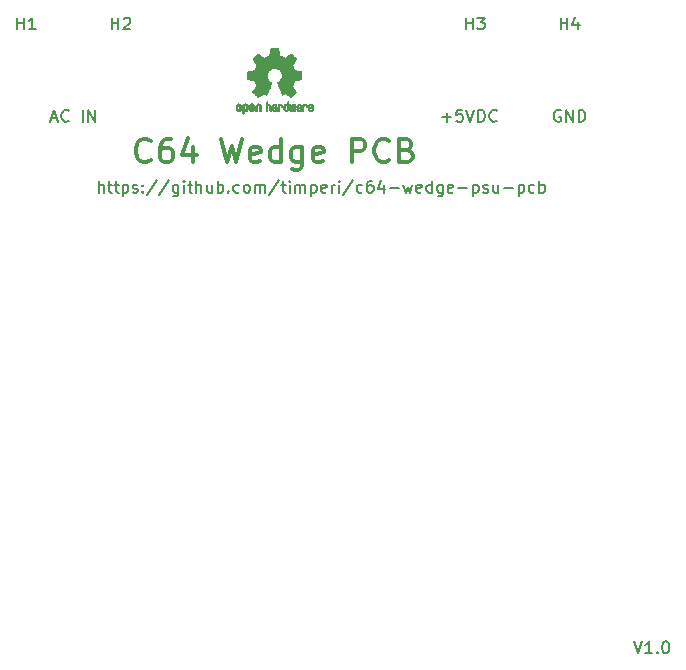
<source format=gbr>
G04 #@! TF.GenerationSoftware,KiCad,Pcbnew,(5.1.5)-3*
G04 #@! TF.CreationDate,2020-11-02T13:16:08+02:00*
G04 #@! TF.ProjectId,c64-wedge-psu-pcb,6336342d-7765-4646-9765-2d7073752d70,rev?*
G04 #@! TF.SameCoordinates,Original*
G04 #@! TF.FileFunction,Legend,Top*
G04 #@! TF.FilePolarity,Positive*
%FSLAX46Y46*%
G04 Gerber Fmt 4.6, Leading zero omitted, Abs format (unit mm)*
G04 Created by KiCad (PCBNEW (5.1.5)-3) date 2020-11-02 13:16:08*
%MOMM*%
%LPD*%
G04 APERTURE LIST*
%ADD10C,0.150000*%
%ADD11C,0.300000*%
%ADD12C,0.010000*%
G04 APERTURE END LIST*
D10*
X110119047Y-73452380D02*
X110119047Y-72452380D01*
X110547619Y-73452380D02*
X110547619Y-72928571D01*
X110500000Y-72833333D01*
X110404761Y-72785714D01*
X110261904Y-72785714D01*
X110166666Y-72833333D01*
X110119047Y-72880952D01*
X110880952Y-72785714D02*
X111261904Y-72785714D01*
X111023809Y-72452380D02*
X111023809Y-73309523D01*
X111071428Y-73404761D01*
X111166666Y-73452380D01*
X111261904Y-73452380D01*
X111452380Y-72785714D02*
X111833333Y-72785714D01*
X111595238Y-72452380D02*
X111595238Y-73309523D01*
X111642857Y-73404761D01*
X111738095Y-73452380D01*
X111833333Y-73452380D01*
X112166666Y-72785714D02*
X112166666Y-73785714D01*
X112166666Y-72833333D02*
X112261904Y-72785714D01*
X112452380Y-72785714D01*
X112547619Y-72833333D01*
X112595238Y-72880952D01*
X112642857Y-72976190D01*
X112642857Y-73261904D01*
X112595238Y-73357142D01*
X112547619Y-73404761D01*
X112452380Y-73452380D01*
X112261904Y-73452380D01*
X112166666Y-73404761D01*
X113023809Y-73404761D02*
X113119047Y-73452380D01*
X113309523Y-73452380D01*
X113404761Y-73404761D01*
X113452380Y-73309523D01*
X113452380Y-73261904D01*
X113404761Y-73166666D01*
X113309523Y-73119047D01*
X113166666Y-73119047D01*
X113071428Y-73071428D01*
X113023809Y-72976190D01*
X113023809Y-72928571D01*
X113071428Y-72833333D01*
X113166666Y-72785714D01*
X113309523Y-72785714D01*
X113404761Y-72833333D01*
X113880952Y-73357142D02*
X113928571Y-73404761D01*
X113880952Y-73452380D01*
X113833333Y-73404761D01*
X113880952Y-73357142D01*
X113880952Y-73452380D01*
X113880952Y-72833333D02*
X113928571Y-72880952D01*
X113880952Y-72928571D01*
X113833333Y-72880952D01*
X113880952Y-72833333D01*
X113880952Y-72928571D01*
X115071428Y-72404761D02*
X114214285Y-73690476D01*
X116119047Y-72404761D02*
X115261904Y-73690476D01*
X116880952Y-72785714D02*
X116880952Y-73595238D01*
X116833333Y-73690476D01*
X116785714Y-73738095D01*
X116690476Y-73785714D01*
X116547619Y-73785714D01*
X116452380Y-73738095D01*
X116880952Y-73404761D02*
X116785714Y-73452380D01*
X116595238Y-73452380D01*
X116500000Y-73404761D01*
X116452380Y-73357142D01*
X116404761Y-73261904D01*
X116404761Y-72976190D01*
X116452380Y-72880952D01*
X116500000Y-72833333D01*
X116595238Y-72785714D01*
X116785714Y-72785714D01*
X116880952Y-72833333D01*
X117357142Y-73452380D02*
X117357142Y-72785714D01*
X117357142Y-72452380D02*
X117309523Y-72500000D01*
X117357142Y-72547619D01*
X117404761Y-72500000D01*
X117357142Y-72452380D01*
X117357142Y-72547619D01*
X117690476Y-72785714D02*
X118071428Y-72785714D01*
X117833333Y-72452380D02*
X117833333Y-73309523D01*
X117880952Y-73404761D01*
X117976190Y-73452380D01*
X118071428Y-73452380D01*
X118404761Y-73452380D02*
X118404761Y-72452380D01*
X118833333Y-73452380D02*
X118833333Y-72928571D01*
X118785714Y-72833333D01*
X118690476Y-72785714D01*
X118547619Y-72785714D01*
X118452380Y-72833333D01*
X118404761Y-72880952D01*
X119738095Y-72785714D02*
X119738095Y-73452380D01*
X119309523Y-72785714D02*
X119309523Y-73309523D01*
X119357142Y-73404761D01*
X119452380Y-73452380D01*
X119595238Y-73452380D01*
X119690476Y-73404761D01*
X119738095Y-73357142D01*
X120214285Y-73452380D02*
X120214285Y-72452380D01*
X120214285Y-72833333D02*
X120309523Y-72785714D01*
X120500000Y-72785714D01*
X120595238Y-72833333D01*
X120642857Y-72880952D01*
X120690476Y-72976190D01*
X120690476Y-73261904D01*
X120642857Y-73357142D01*
X120595238Y-73404761D01*
X120500000Y-73452380D01*
X120309523Y-73452380D01*
X120214285Y-73404761D01*
X121119047Y-73357142D02*
X121166666Y-73404761D01*
X121119047Y-73452380D01*
X121071428Y-73404761D01*
X121119047Y-73357142D01*
X121119047Y-73452380D01*
X122023809Y-73404761D02*
X121928571Y-73452380D01*
X121738095Y-73452380D01*
X121642857Y-73404761D01*
X121595238Y-73357142D01*
X121547619Y-73261904D01*
X121547619Y-72976190D01*
X121595238Y-72880952D01*
X121642857Y-72833333D01*
X121738095Y-72785714D01*
X121928571Y-72785714D01*
X122023809Y-72833333D01*
X122595238Y-73452380D02*
X122500000Y-73404761D01*
X122452380Y-73357142D01*
X122404761Y-73261904D01*
X122404761Y-72976190D01*
X122452380Y-72880952D01*
X122500000Y-72833333D01*
X122595238Y-72785714D01*
X122738095Y-72785714D01*
X122833333Y-72833333D01*
X122880952Y-72880952D01*
X122928571Y-72976190D01*
X122928571Y-73261904D01*
X122880952Y-73357142D01*
X122833333Y-73404761D01*
X122738095Y-73452380D01*
X122595238Y-73452380D01*
X123357142Y-73452380D02*
X123357142Y-72785714D01*
X123357142Y-72880952D02*
X123404761Y-72833333D01*
X123500000Y-72785714D01*
X123642857Y-72785714D01*
X123738095Y-72833333D01*
X123785714Y-72928571D01*
X123785714Y-73452380D01*
X123785714Y-72928571D02*
X123833333Y-72833333D01*
X123928571Y-72785714D01*
X124071428Y-72785714D01*
X124166666Y-72833333D01*
X124214285Y-72928571D01*
X124214285Y-73452380D01*
X125404761Y-72404761D02*
X124547619Y-73690476D01*
X125595238Y-72785714D02*
X125976190Y-72785714D01*
X125738095Y-72452380D02*
X125738095Y-73309523D01*
X125785714Y-73404761D01*
X125880952Y-73452380D01*
X125976190Y-73452380D01*
X126309523Y-73452380D02*
X126309523Y-72785714D01*
X126309523Y-72452380D02*
X126261904Y-72500000D01*
X126309523Y-72547619D01*
X126357142Y-72500000D01*
X126309523Y-72452380D01*
X126309523Y-72547619D01*
X126785714Y-73452380D02*
X126785714Y-72785714D01*
X126785714Y-72880952D02*
X126833333Y-72833333D01*
X126928571Y-72785714D01*
X127071428Y-72785714D01*
X127166666Y-72833333D01*
X127214285Y-72928571D01*
X127214285Y-73452380D01*
X127214285Y-72928571D02*
X127261904Y-72833333D01*
X127357142Y-72785714D01*
X127500000Y-72785714D01*
X127595238Y-72833333D01*
X127642857Y-72928571D01*
X127642857Y-73452380D01*
X128119047Y-72785714D02*
X128119047Y-73785714D01*
X128119047Y-72833333D02*
X128214285Y-72785714D01*
X128404761Y-72785714D01*
X128500000Y-72833333D01*
X128547619Y-72880952D01*
X128595238Y-72976190D01*
X128595238Y-73261904D01*
X128547619Y-73357142D01*
X128500000Y-73404761D01*
X128404761Y-73452380D01*
X128214285Y-73452380D01*
X128119047Y-73404761D01*
X129404761Y-73404761D02*
X129309523Y-73452380D01*
X129119047Y-73452380D01*
X129023809Y-73404761D01*
X128976190Y-73309523D01*
X128976190Y-72928571D01*
X129023809Y-72833333D01*
X129119047Y-72785714D01*
X129309523Y-72785714D01*
X129404761Y-72833333D01*
X129452380Y-72928571D01*
X129452380Y-73023809D01*
X128976190Y-73119047D01*
X129880952Y-73452380D02*
X129880952Y-72785714D01*
X129880952Y-72976190D02*
X129928571Y-72880952D01*
X129976190Y-72833333D01*
X130071428Y-72785714D01*
X130166666Y-72785714D01*
X130500000Y-73452380D02*
X130500000Y-72785714D01*
X130500000Y-72452380D02*
X130452380Y-72500000D01*
X130500000Y-72547619D01*
X130547619Y-72500000D01*
X130500000Y-72452380D01*
X130500000Y-72547619D01*
X131690476Y-72404761D02*
X130833333Y-73690476D01*
X132452380Y-73404761D02*
X132357142Y-73452380D01*
X132166666Y-73452380D01*
X132071428Y-73404761D01*
X132023809Y-73357142D01*
X131976190Y-73261904D01*
X131976190Y-72976190D01*
X132023809Y-72880952D01*
X132071428Y-72833333D01*
X132166666Y-72785714D01*
X132357142Y-72785714D01*
X132452380Y-72833333D01*
X133309523Y-72452380D02*
X133119047Y-72452380D01*
X133023809Y-72500000D01*
X132976190Y-72547619D01*
X132880952Y-72690476D01*
X132833333Y-72880952D01*
X132833333Y-73261904D01*
X132880952Y-73357142D01*
X132928571Y-73404761D01*
X133023809Y-73452380D01*
X133214285Y-73452380D01*
X133309523Y-73404761D01*
X133357142Y-73357142D01*
X133404761Y-73261904D01*
X133404761Y-73023809D01*
X133357142Y-72928571D01*
X133309523Y-72880952D01*
X133214285Y-72833333D01*
X133023809Y-72833333D01*
X132928571Y-72880952D01*
X132880952Y-72928571D01*
X132833333Y-73023809D01*
X134261904Y-72785714D02*
X134261904Y-73452380D01*
X134023809Y-72404761D02*
X133785714Y-73119047D01*
X134404761Y-73119047D01*
X134785714Y-73071428D02*
X135547619Y-73071428D01*
X135928571Y-72785714D02*
X136119047Y-73452380D01*
X136309523Y-72976190D01*
X136500000Y-73452380D01*
X136690476Y-72785714D01*
X137452380Y-73404761D02*
X137357142Y-73452380D01*
X137166666Y-73452380D01*
X137071428Y-73404761D01*
X137023809Y-73309523D01*
X137023809Y-72928571D01*
X137071428Y-72833333D01*
X137166666Y-72785714D01*
X137357142Y-72785714D01*
X137452380Y-72833333D01*
X137500000Y-72928571D01*
X137500000Y-73023809D01*
X137023809Y-73119047D01*
X138357142Y-73452380D02*
X138357142Y-72452380D01*
X138357142Y-73404761D02*
X138261904Y-73452380D01*
X138071428Y-73452380D01*
X137976190Y-73404761D01*
X137928571Y-73357142D01*
X137880952Y-73261904D01*
X137880952Y-72976190D01*
X137928571Y-72880952D01*
X137976190Y-72833333D01*
X138071428Y-72785714D01*
X138261904Y-72785714D01*
X138357142Y-72833333D01*
X139261904Y-72785714D02*
X139261904Y-73595238D01*
X139214285Y-73690476D01*
X139166666Y-73738095D01*
X139071428Y-73785714D01*
X138928571Y-73785714D01*
X138833333Y-73738095D01*
X139261904Y-73404761D02*
X139166666Y-73452380D01*
X138976190Y-73452380D01*
X138880952Y-73404761D01*
X138833333Y-73357142D01*
X138785714Y-73261904D01*
X138785714Y-72976190D01*
X138833333Y-72880952D01*
X138880952Y-72833333D01*
X138976190Y-72785714D01*
X139166666Y-72785714D01*
X139261904Y-72833333D01*
X140119047Y-73404761D02*
X140023809Y-73452380D01*
X139833333Y-73452380D01*
X139738095Y-73404761D01*
X139690476Y-73309523D01*
X139690476Y-72928571D01*
X139738095Y-72833333D01*
X139833333Y-72785714D01*
X140023809Y-72785714D01*
X140119047Y-72833333D01*
X140166666Y-72928571D01*
X140166666Y-73023809D01*
X139690476Y-73119047D01*
X140595238Y-73071428D02*
X141357142Y-73071428D01*
X141833333Y-72785714D02*
X141833333Y-73785714D01*
X141833333Y-72833333D02*
X141928571Y-72785714D01*
X142119047Y-72785714D01*
X142214285Y-72833333D01*
X142261904Y-72880952D01*
X142309523Y-72976190D01*
X142309523Y-73261904D01*
X142261904Y-73357142D01*
X142214285Y-73404761D01*
X142119047Y-73452380D01*
X141928571Y-73452380D01*
X141833333Y-73404761D01*
X142690476Y-73404761D02*
X142785714Y-73452380D01*
X142976190Y-73452380D01*
X143071428Y-73404761D01*
X143119047Y-73309523D01*
X143119047Y-73261904D01*
X143071428Y-73166666D01*
X142976190Y-73119047D01*
X142833333Y-73119047D01*
X142738095Y-73071428D01*
X142690476Y-72976190D01*
X142690476Y-72928571D01*
X142738095Y-72833333D01*
X142833333Y-72785714D01*
X142976190Y-72785714D01*
X143071428Y-72833333D01*
X143976190Y-72785714D02*
X143976190Y-73452380D01*
X143547619Y-72785714D02*
X143547619Y-73309523D01*
X143595238Y-73404761D01*
X143690476Y-73452380D01*
X143833333Y-73452380D01*
X143928571Y-73404761D01*
X143976190Y-73357142D01*
X144452380Y-73071428D02*
X145214285Y-73071428D01*
X145690476Y-72785714D02*
X145690476Y-73785714D01*
X145690476Y-72833333D02*
X145785714Y-72785714D01*
X145976190Y-72785714D01*
X146071428Y-72833333D01*
X146119047Y-72880952D01*
X146166666Y-72976190D01*
X146166666Y-73261904D01*
X146119047Y-73357142D01*
X146071428Y-73404761D01*
X145976190Y-73452380D01*
X145785714Y-73452380D01*
X145690476Y-73404761D01*
X147023809Y-73404761D02*
X146928571Y-73452380D01*
X146738095Y-73452380D01*
X146642857Y-73404761D01*
X146595238Y-73357142D01*
X146547619Y-73261904D01*
X146547619Y-72976190D01*
X146595238Y-72880952D01*
X146642857Y-72833333D01*
X146738095Y-72785714D01*
X146928571Y-72785714D01*
X147023809Y-72833333D01*
X147452380Y-73452380D02*
X147452380Y-72452380D01*
X147452380Y-72833333D02*
X147547619Y-72785714D01*
X147738095Y-72785714D01*
X147833333Y-72833333D01*
X147880952Y-72880952D01*
X147928571Y-72976190D01*
X147928571Y-73261904D01*
X147880952Y-73357142D01*
X147833333Y-73404761D01*
X147738095Y-73452380D01*
X147547619Y-73452380D01*
X147452380Y-73404761D01*
X155476190Y-111452380D02*
X155809523Y-112452380D01*
X156142857Y-111452380D01*
X157000000Y-112452380D02*
X156428571Y-112452380D01*
X156714285Y-112452380D02*
X156714285Y-111452380D01*
X156619047Y-111595238D01*
X156523809Y-111690476D01*
X156428571Y-111738095D01*
X157428571Y-112357142D02*
X157476190Y-112404761D01*
X157428571Y-112452380D01*
X157380952Y-112404761D01*
X157428571Y-112357142D01*
X157428571Y-112452380D01*
X158095238Y-111452380D02*
X158190476Y-111452380D01*
X158285714Y-111500000D01*
X158333333Y-111547619D01*
X158380952Y-111642857D01*
X158428571Y-111833333D01*
X158428571Y-112071428D01*
X158380952Y-112261904D01*
X158333333Y-112357142D01*
X158285714Y-112404761D01*
X158190476Y-112452380D01*
X158095238Y-112452380D01*
X158000000Y-112404761D01*
X157952380Y-112357142D01*
X157904761Y-112261904D01*
X157857142Y-112071428D01*
X157857142Y-111833333D01*
X157904761Y-111642857D01*
X157952380Y-111547619D01*
X158000000Y-111500000D01*
X158095238Y-111452380D01*
D11*
X114523809Y-70714285D02*
X114428571Y-70809523D01*
X114142857Y-70904761D01*
X113952380Y-70904761D01*
X113666666Y-70809523D01*
X113476190Y-70619047D01*
X113380952Y-70428571D01*
X113285714Y-70047619D01*
X113285714Y-69761904D01*
X113380952Y-69380952D01*
X113476190Y-69190476D01*
X113666666Y-69000000D01*
X113952380Y-68904761D01*
X114142857Y-68904761D01*
X114428571Y-69000000D01*
X114523809Y-69095238D01*
X116238095Y-68904761D02*
X115857142Y-68904761D01*
X115666666Y-69000000D01*
X115571428Y-69095238D01*
X115380952Y-69380952D01*
X115285714Y-69761904D01*
X115285714Y-70523809D01*
X115380952Y-70714285D01*
X115476190Y-70809523D01*
X115666666Y-70904761D01*
X116047619Y-70904761D01*
X116238095Y-70809523D01*
X116333333Y-70714285D01*
X116428571Y-70523809D01*
X116428571Y-70047619D01*
X116333333Y-69857142D01*
X116238095Y-69761904D01*
X116047619Y-69666666D01*
X115666666Y-69666666D01*
X115476190Y-69761904D01*
X115380952Y-69857142D01*
X115285714Y-70047619D01*
X118142857Y-69571428D02*
X118142857Y-70904761D01*
X117666666Y-68809523D02*
X117190476Y-70238095D01*
X118428571Y-70238095D01*
X120523809Y-68904761D02*
X121000000Y-70904761D01*
X121380952Y-69476190D01*
X121761904Y-70904761D01*
X122238095Y-68904761D01*
X123761904Y-70809523D02*
X123571428Y-70904761D01*
X123190476Y-70904761D01*
X123000000Y-70809523D01*
X122904761Y-70619047D01*
X122904761Y-69857142D01*
X123000000Y-69666666D01*
X123190476Y-69571428D01*
X123571428Y-69571428D01*
X123761904Y-69666666D01*
X123857142Y-69857142D01*
X123857142Y-70047619D01*
X122904761Y-70238095D01*
X125571428Y-70904761D02*
X125571428Y-68904761D01*
X125571428Y-70809523D02*
X125380952Y-70904761D01*
X125000000Y-70904761D01*
X124809523Y-70809523D01*
X124714285Y-70714285D01*
X124619047Y-70523809D01*
X124619047Y-69952380D01*
X124714285Y-69761904D01*
X124809523Y-69666666D01*
X125000000Y-69571428D01*
X125380952Y-69571428D01*
X125571428Y-69666666D01*
X127380952Y-69571428D02*
X127380952Y-71190476D01*
X127285714Y-71380952D01*
X127190476Y-71476190D01*
X127000000Y-71571428D01*
X126714285Y-71571428D01*
X126523809Y-71476190D01*
X127380952Y-70809523D02*
X127190476Y-70904761D01*
X126809523Y-70904761D01*
X126619047Y-70809523D01*
X126523809Y-70714285D01*
X126428571Y-70523809D01*
X126428571Y-69952380D01*
X126523809Y-69761904D01*
X126619047Y-69666666D01*
X126809523Y-69571428D01*
X127190476Y-69571428D01*
X127380952Y-69666666D01*
X129095238Y-70809523D02*
X128904761Y-70904761D01*
X128523809Y-70904761D01*
X128333333Y-70809523D01*
X128238095Y-70619047D01*
X128238095Y-69857142D01*
X128333333Y-69666666D01*
X128523809Y-69571428D01*
X128904761Y-69571428D01*
X129095238Y-69666666D01*
X129190476Y-69857142D01*
X129190476Y-70047619D01*
X128238095Y-70238095D01*
X131571428Y-70904761D02*
X131571428Y-68904761D01*
X132333333Y-68904761D01*
X132523809Y-69000000D01*
X132619047Y-69095238D01*
X132714285Y-69285714D01*
X132714285Y-69571428D01*
X132619047Y-69761904D01*
X132523809Y-69857142D01*
X132333333Y-69952380D01*
X131571428Y-69952380D01*
X134714285Y-70714285D02*
X134619047Y-70809523D01*
X134333333Y-70904761D01*
X134142857Y-70904761D01*
X133857142Y-70809523D01*
X133666666Y-70619047D01*
X133571428Y-70428571D01*
X133476190Y-70047619D01*
X133476190Y-69761904D01*
X133571428Y-69380952D01*
X133666666Y-69190476D01*
X133857142Y-69000000D01*
X134142857Y-68904761D01*
X134333333Y-68904761D01*
X134619047Y-69000000D01*
X134714285Y-69095238D01*
X136238095Y-69857142D02*
X136523809Y-69952380D01*
X136619047Y-70047619D01*
X136714285Y-70238095D01*
X136714285Y-70523809D01*
X136619047Y-70714285D01*
X136523809Y-70809523D01*
X136333333Y-70904761D01*
X135571428Y-70904761D01*
X135571428Y-68904761D01*
X136238095Y-68904761D01*
X136428571Y-69000000D01*
X136523809Y-69095238D01*
X136619047Y-69285714D01*
X136619047Y-69476190D01*
X136523809Y-69666666D01*
X136428571Y-69761904D01*
X136238095Y-69857142D01*
X135571428Y-69857142D01*
D10*
X139214285Y-67071428D02*
X139976190Y-67071428D01*
X139595238Y-67452380D02*
X139595238Y-66690476D01*
X140928571Y-66452380D02*
X140452380Y-66452380D01*
X140404761Y-66928571D01*
X140452380Y-66880952D01*
X140547619Y-66833333D01*
X140785714Y-66833333D01*
X140880952Y-66880952D01*
X140928571Y-66928571D01*
X140976190Y-67023809D01*
X140976190Y-67261904D01*
X140928571Y-67357142D01*
X140880952Y-67404761D01*
X140785714Y-67452380D01*
X140547619Y-67452380D01*
X140452380Y-67404761D01*
X140404761Y-67357142D01*
X141261904Y-66452380D02*
X141595238Y-67452380D01*
X141928571Y-66452380D01*
X142261904Y-67452380D02*
X142261904Y-66452380D01*
X142500000Y-66452380D01*
X142642857Y-66500000D01*
X142738095Y-66595238D01*
X142785714Y-66690476D01*
X142833333Y-66880952D01*
X142833333Y-67023809D01*
X142785714Y-67214285D01*
X142738095Y-67309523D01*
X142642857Y-67404761D01*
X142500000Y-67452380D01*
X142261904Y-67452380D01*
X143833333Y-67357142D02*
X143785714Y-67404761D01*
X143642857Y-67452380D01*
X143547619Y-67452380D01*
X143404761Y-67404761D01*
X143309523Y-67309523D01*
X143261904Y-67214285D01*
X143214285Y-67023809D01*
X143214285Y-66880952D01*
X143261904Y-66690476D01*
X143309523Y-66595238D01*
X143404761Y-66500000D01*
X143547619Y-66452380D01*
X143642857Y-66452380D01*
X143785714Y-66500000D01*
X143833333Y-66547619D01*
X149238095Y-66500000D02*
X149142857Y-66452380D01*
X149000000Y-66452380D01*
X148857142Y-66500000D01*
X148761904Y-66595238D01*
X148714285Y-66690476D01*
X148666666Y-66880952D01*
X148666666Y-67023809D01*
X148714285Y-67214285D01*
X148761904Y-67309523D01*
X148857142Y-67404761D01*
X149000000Y-67452380D01*
X149095238Y-67452380D01*
X149238095Y-67404761D01*
X149285714Y-67357142D01*
X149285714Y-67023809D01*
X149095238Y-67023809D01*
X149714285Y-67452380D02*
X149714285Y-66452380D01*
X150285714Y-67452380D01*
X150285714Y-66452380D01*
X150761904Y-67452380D02*
X150761904Y-66452380D01*
X151000000Y-66452380D01*
X151142857Y-66500000D01*
X151238095Y-66595238D01*
X151285714Y-66690476D01*
X151333333Y-66880952D01*
X151333333Y-67023809D01*
X151285714Y-67214285D01*
X151238095Y-67309523D01*
X151142857Y-67404761D01*
X151000000Y-67452380D01*
X150761904Y-67452380D01*
X106119047Y-67166666D02*
X106595238Y-67166666D01*
X106023809Y-67452380D02*
X106357142Y-66452380D01*
X106690476Y-67452380D01*
X107595238Y-67357142D02*
X107547619Y-67404761D01*
X107404761Y-67452380D01*
X107309523Y-67452380D01*
X107166666Y-67404761D01*
X107071428Y-67309523D01*
X107023809Y-67214285D01*
X106976190Y-67023809D01*
X106976190Y-66880952D01*
X107023809Y-66690476D01*
X107071428Y-66595238D01*
X107166666Y-66500000D01*
X107309523Y-66452380D01*
X107404761Y-66452380D01*
X107547619Y-66500000D01*
X107595238Y-66547619D01*
X108785714Y-67452380D02*
X108785714Y-66452380D01*
X109261904Y-67452380D02*
X109261904Y-66452380D01*
X109833333Y-67452380D01*
X109833333Y-66452380D01*
D12*
G36*
X125103910Y-61242348D02*
G01*
X125182454Y-61242778D01*
X125239298Y-61243942D01*
X125278105Y-61246207D01*
X125302538Y-61249940D01*
X125316262Y-61255506D01*
X125322940Y-61263273D01*
X125326236Y-61273605D01*
X125326556Y-61274943D01*
X125331562Y-61299079D01*
X125340829Y-61346701D01*
X125353392Y-61412741D01*
X125368287Y-61492128D01*
X125384551Y-61579796D01*
X125385119Y-61582875D01*
X125401410Y-61668789D01*
X125416652Y-61744696D01*
X125429861Y-61806045D01*
X125440054Y-61848282D01*
X125446248Y-61866855D01*
X125446543Y-61867184D01*
X125464788Y-61876253D01*
X125502405Y-61891367D01*
X125551271Y-61909262D01*
X125551543Y-61909358D01*
X125613093Y-61932493D01*
X125685657Y-61961965D01*
X125754057Y-61991597D01*
X125757294Y-61993062D01*
X125868702Y-62043626D01*
X126115399Y-61875160D01*
X126191077Y-61823803D01*
X126259631Y-61777889D01*
X126317088Y-61740030D01*
X126359476Y-61712837D01*
X126382825Y-61698921D01*
X126385042Y-61697889D01*
X126402010Y-61702484D01*
X126433701Y-61724655D01*
X126481352Y-61765447D01*
X126546198Y-61825905D01*
X126612397Y-61890227D01*
X126676214Y-61953612D01*
X126733329Y-62011451D01*
X126780305Y-62060175D01*
X126813703Y-62096210D01*
X126830085Y-62115984D01*
X126830694Y-62117002D01*
X126832505Y-62130572D01*
X126825683Y-62152733D01*
X126808540Y-62186478D01*
X126779393Y-62234800D01*
X126736555Y-62300692D01*
X126679448Y-62385517D01*
X126628766Y-62460177D01*
X126583461Y-62527140D01*
X126546150Y-62582516D01*
X126519452Y-62622420D01*
X126505985Y-62642962D01*
X126505137Y-62644356D01*
X126506781Y-62664038D01*
X126519245Y-62702293D01*
X126540048Y-62751889D01*
X126547462Y-62767728D01*
X126579814Y-62838290D01*
X126614328Y-62918353D01*
X126642365Y-62987629D01*
X126662568Y-63039045D01*
X126678615Y-63078119D01*
X126687888Y-63098541D01*
X126689041Y-63100114D01*
X126706096Y-63102721D01*
X126746298Y-63109863D01*
X126804302Y-63120523D01*
X126874763Y-63133685D01*
X126952335Y-63148333D01*
X127031672Y-63163449D01*
X127107431Y-63178018D01*
X127174264Y-63191022D01*
X127226828Y-63201445D01*
X127259776Y-63208270D01*
X127267857Y-63210199D01*
X127276205Y-63214962D01*
X127282506Y-63225718D01*
X127287045Y-63246098D01*
X127290104Y-63279734D01*
X127291967Y-63330255D01*
X127292918Y-63401292D01*
X127293240Y-63496476D01*
X127293257Y-63535492D01*
X127293257Y-63852799D01*
X127217057Y-63867839D01*
X127174663Y-63875995D01*
X127111400Y-63887899D01*
X127034962Y-63902116D01*
X126953043Y-63917210D01*
X126930400Y-63921355D01*
X126854806Y-63936053D01*
X126788953Y-63950505D01*
X126738366Y-63963375D01*
X126708574Y-63973322D01*
X126703612Y-63976287D01*
X126691426Y-63997283D01*
X126673953Y-64037967D01*
X126654577Y-64090322D01*
X126650734Y-64101600D01*
X126625339Y-64171523D01*
X126593817Y-64250418D01*
X126562969Y-64321266D01*
X126562817Y-64321595D01*
X126511447Y-64432733D01*
X126680399Y-64681253D01*
X126849352Y-64929772D01*
X126632429Y-65147058D01*
X126566819Y-65211726D01*
X126506979Y-65268733D01*
X126456267Y-65315033D01*
X126418046Y-65347584D01*
X126395675Y-65363343D01*
X126392466Y-65364343D01*
X126373626Y-65356469D01*
X126335180Y-65334578D01*
X126281330Y-65301267D01*
X126216276Y-65259131D01*
X126145940Y-65211943D01*
X126074555Y-65163810D01*
X126010908Y-65121928D01*
X125959041Y-65088871D01*
X125922995Y-65067218D01*
X125906867Y-65059543D01*
X125887189Y-65066037D01*
X125849875Y-65083150D01*
X125802621Y-65107326D01*
X125797612Y-65110013D01*
X125733977Y-65141927D01*
X125690341Y-65157579D01*
X125663202Y-65157745D01*
X125649057Y-65143204D01*
X125648975Y-65143000D01*
X125641905Y-65125779D01*
X125625042Y-65084899D01*
X125599695Y-65023525D01*
X125567171Y-64944819D01*
X125528778Y-64851947D01*
X125485822Y-64748072D01*
X125444222Y-64647502D01*
X125398504Y-64536516D01*
X125356526Y-64433703D01*
X125319548Y-64342215D01*
X125288827Y-64265201D01*
X125265622Y-64205815D01*
X125251190Y-64167209D01*
X125246743Y-64152800D01*
X125257896Y-64136272D01*
X125287069Y-64109930D01*
X125325971Y-64080887D01*
X125436757Y-63989039D01*
X125523351Y-63883759D01*
X125584716Y-63767266D01*
X125619815Y-63641776D01*
X125627608Y-63509507D01*
X125621943Y-63448457D01*
X125591078Y-63321795D01*
X125537920Y-63209941D01*
X125465767Y-63114001D01*
X125377917Y-63035076D01*
X125277665Y-62974270D01*
X125168310Y-62932687D01*
X125053147Y-62911428D01*
X124935475Y-62911599D01*
X124818590Y-62934301D01*
X124705789Y-62980638D01*
X124600369Y-63051713D01*
X124556368Y-63091911D01*
X124471979Y-63195129D01*
X124413222Y-63307925D01*
X124379704Y-63427010D01*
X124371035Y-63549095D01*
X124386823Y-63670893D01*
X124426678Y-63789116D01*
X124490207Y-63900475D01*
X124577021Y-64001684D01*
X124674029Y-64080887D01*
X124714437Y-64111162D01*
X124742982Y-64137219D01*
X124753257Y-64152825D01*
X124747877Y-64169843D01*
X124732575Y-64210500D01*
X124708612Y-64271642D01*
X124677244Y-64350119D01*
X124639732Y-64442780D01*
X124597333Y-64546472D01*
X124555663Y-64647526D01*
X124509690Y-64758607D01*
X124467107Y-64861541D01*
X124429221Y-64953165D01*
X124397340Y-65030316D01*
X124372771Y-65089831D01*
X124356820Y-65128544D01*
X124350910Y-65143000D01*
X124336948Y-65157685D01*
X124309940Y-65157642D01*
X124266413Y-65142099D01*
X124202890Y-65110284D01*
X124202388Y-65110013D01*
X124154560Y-65085323D01*
X124115897Y-65067338D01*
X124094095Y-65059614D01*
X124093133Y-65059543D01*
X124076721Y-65067378D01*
X124040487Y-65089165D01*
X123988474Y-65122328D01*
X123924725Y-65164291D01*
X123854060Y-65211943D01*
X123782116Y-65260191D01*
X123717274Y-65302151D01*
X123663735Y-65335227D01*
X123625697Y-65356821D01*
X123607533Y-65364343D01*
X123590808Y-65354457D01*
X123557180Y-65326826D01*
X123510010Y-65284495D01*
X123452658Y-65230505D01*
X123388484Y-65167899D01*
X123367497Y-65146983D01*
X123150499Y-64929623D01*
X123315668Y-64687220D01*
X123365864Y-64612781D01*
X123409919Y-64545972D01*
X123445362Y-64490665D01*
X123469719Y-64450729D01*
X123480522Y-64430036D01*
X123480838Y-64428563D01*
X123475143Y-64409058D01*
X123459826Y-64369822D01*
X123437537Y-64317430D01*
X123421893Y-64282355D01*
X123392641Y-64215201D01*
X123365094Y-64147358D01*
X123343737Y-64090034D01*
X123337935Y-64072572D01*
X123321452Y-64025938D01*
X123305340Y-63989905D01*
X123296490Y-63976287D01*
X123276960Y-63967952D01*
X123234334Y-63956137D01*
X123174145Y-63942181D01*
X123101922Y-63927422D01*
X123069600Y-63921355D01*
X122987522Y-63906273D01*
X122908795Y-63891669D01*
X122841109Y-63878980D01*
X122792160Y-63869642D01*
X122782943Y-63867839D01*
X122706743Y-63852799D01*
X122706743Y-63535492D01*
X122706914Y-63431154D01*
X122707616Y-63352213D01*
X122709134Y-63295038D01*
X122711749Y-63255999D01*
X122715746Y-63231465D01*
X122721409Y-63217805D01*
X122729020Y-63211389D01*
X122732143Y-63210199D01*
X122750978Y-63205980D01*
X122792588Y-63197562D01*
X122851630Y-63185961D01*
X122922757Y-63172195D01*
X123000625Y-63157280D01*
X123079887Y-63142232D01*
X123155198Y-63128069D01*
X123221213Y-63115806D01*
X123272587Y-63106461D01*
X123303975Y-63101050D01*
X123310959Y-63100114D01*
X123317285Y-63087596D01*
X123331290Y-63054246D01*
X123350355Y-63006377D01*
X123357634Y-62987629D01*
X123386996Y-62915195D01*
X123421571Y-62835170D01*
X123452537Y-62767728D01*
X123475323Y-62716159D01*
X123490482Y-62673785D01*
X123495542Y-62647834D01*
X123494736Y-62644356D01*
X123484041Y-62627936D01*
X123459620Y-62591417D01*
X123424095Y-62538687D01*
X123380087Y-62473635D01*
X123330217Y-62400151D01*
X123320356Y-62385645D01*
X123262492Y-62299704D01*
X123219956Y-62234261D01*
X123191054Y-62186304D01*
X123174090Y-62152820D01*
X123167367Y-62130795D01*
X123169190Y-62117217D01*
X123169236Y-62117131D01*
X123183586Y-62099297D01*
X123215323Y-62064817D01*
X123261010Y-62017268D01*
X123317204Y-61960222D01*
X123380468Y-61897255D01*
X123387602Y-61890227D01*
X123467330Y-61813020D01*
X123528857Y-61756330D01*
X123573421Y-61719110D01*
X123602257Y-61700315D01*
X123614958Y-61697889D01*
X123633494Y-61708471D01*
X123671961Y-61732916D01*
X123726386Y-61768612D01*
X123792798Y-61812947D01*
X123867225Y-61863311D01*
X123884601Y-61875160D01*
X124131297Y-62043626D01*
X124242706Y-61993062D01*
X124310457Y-61963595D01*
X124383183Y-61933959D01*
X124445703Y-61910330D01*
X124448457Y-61909358D01*
X124497360Y-61891457D01*
X124535057Y-61876320D01*
X124553425Y-61867210D01*
X124553456Y-61867184D01*
X124559285Y-61850717D01*
X124569192Y-61810219D01*
X124582195Y-61750242D01*
X124597309Y-61675340D01*
X124613552Y-61590064D01*
X124614881Y-61582875D01*
X124631175Y-61495014D01*
X124646133Y-61415260D01*
X124658791Y-61348681D01*
X124668186Y-61300347D01*
X124673354Y-61275325D01*
X124673444Y-61274943D01*
X124676589Y-61264299D01*
X124682704Y-61256262D01*
X124695453Y-61250467D01*
X124718500Y-61246547D01*
X124755509Y-61244135D01*
X124810144Y-61242865D01*
X124886067Y-61242371D01*
X124986944Y-61242286D01*
X125000000Y-61242286D01*
X125103910Y-61242348D01*
G37*
X125103910Y-61242348D02*
X125182454Y-61242778D01*
X125239298Y-61243942D01*
X125278105Y-61246207D01*
X125302538Y-61249940D01*
X125316262Y-61255506D01*
X125322940Y-61263273D01*
X125326236Y-61273605D01*
X125326556Y-61274943D01*
X125331562Y-61299079D01*
X125340829Y-61346701D01*
X125353392Y-61412741D01*
X125368287Y-61492128D01*
X125384551Y-61579796D01*
X125385119Y-61582875D01*
X125401410Y-61668789D01*
X125416652Y-61744696D01*
X125429861Y-61806045D01*
X125440054Y-61848282D01*
X125446248Y-61866855D01*
X125446543Y-61867184D01*
X125464788Y-61876253D01*
X125502405Y-61891367D01*
X125551271Y-61909262D01*
X125551543Y-61909358D01*
X125613093Y-61932493D01*
X125685657Y-61961965D01*
X125754057Y-61991597D01*
X125757294Y-61993062D01*
X125868702Y-62043626D01*
X126115399Y-61875160D01*
X126191077Y-61823803D01*
X126259631Y-61777889D01*
X126317088Y-61740030D01*
X126359476Y-61712837D01*
X126382825Y-61698921D01*
X126385042Y-61697889D01*
X126402010Y-61702484D01*
X126433701Y-61724655D01*
X126481352Y-61765447D01*
X126546198Y-61825905D01*
X126612397Y-61890227D01*
X126676214Y-61953612D01*
X126733329Y-62011451D01*
X126780305Y-62060175D01*
X126813703Y-62096210D01*
X126830085Y-62115984D01*
X126830694Y-62117002D01*
X126832505Y-62130572D01*
X126825683Y-62152733D01*
X126808540Y-62186478D01*
X126779393Y-62234800D01*
X126736555Y-62300692D01*
X126679448Y-62385517D01*
X126628766Y-62460177D01*
X126583461Y-62527140D01*
X126546150Y-62582516D01*
X126519452Y-62622420D01*
X126505985Y-62642962D01*
X126505137Y-62644356D01*
X126506781Y-62664038D01*
X126519245Y-62702293D01*
X126540048Y-62751889D01*
X126547462Y-62767728D01*
X126579814Y-62838290D01*
X126614328Y-62918353D01*
X126642365Y-62987629D01*
X126662568Y-63039045D01*
X126678615Y-63078119D01*
X126687888Y-63098541D01*
X126689041Y-63100114D01*
X126706096Y-63102721D01*
X126746298Y-63109863D01*
X126804302Y-63120523D01*
X126874763Y-63133685D01*
X126952335Y-63148333D01*
X127031672Y-63163449D01*
X127107431Y-63178018D01*
X127174264Y-63191022D01*
X127226828Y-63201445D01*
X127259776Y-63208270D01*
X127267857Y-63210199D01*
X127276205Y-63214962D01*
X127282506Y-63225718D01*
X127287045Y-63246098D01*
X127290104Y-63279734D01*
X127291967Y-63330255D01*
X127292918Y-63401292D01*
X127293240Y-63496476D01*
X127293257Y-63535492D01*
X127293257Y-63852799D01*
X127217057Y-63867839D01*
X127174663Y-63875995D01*
X127111400Y-63887899D01*
X127034962Y-63902116D01*
X126953043Y-63917210D01*
X126930400Y-63921355D01*
X126854806Y-63936053D01*
X126788953Y-63950505D01*
X126738366Y-63963375D01*
X126708574Y-63973322D01*
X126703612Y-63976287D01*
X126691426Y-63997283D01*
X126673953Y-64037967D01*
X126654577Y-64090322D01*
X126650734Y-64101600D01*
X126625339Y-64171523D01*
X126593817Y-64250418D01*
X126562969Y-64321266D01*
X126562817Y-64321595D01*
X126511447Y-64432733D01*
X126680399Y-64681253D01*
X126849352Y-64929772D01*
X126632429Y-65147058D01*
X126566819Y-65211726D01*
X126506979Y-65268733D01*
X126456267Y-65315033D01*
X126418046Y-65347584D01*
X126395675Y-65363343D01*
X126392466Y-65364343D01*
X126373626Y-65356469D01*
X126335180Y-65334578D01*
X126281330Y-65301267D01*
X126216276Y-65259131D01*
X126145940Y-65211943D01*
X126074555Y-65163810D01*
X126010908Y-65121928D01*
X125959041Y-65088871D01*
X125922995Y-65067218D01*
X125906867Y-65059543D01*
X125887189Y-65066037D01*
X125849875Y-65083150D01*
X125802621Y-65107326D01*
X125797612Y-65110013D01*
X125733977Y-65141927D01*
X125690341Y-65157579D01*
X125663202Y-65157745D01*
X125649057Y-65143204D01*
X125648975Y-65143000D01*
X125641905Y-65125779D01*
X125625042Y-65084899D01*
X125599695Y-65023525D01*
X125567171Y-64944819D01*
X125528778Y-64851947D01*
X125485822Y-64748072D01*
X125444222Y-64647502D01*
X125398504Y-64536516D01*
X125356526Y-64433703D01*
X125319548Y-64342215D01*
X125288827Y-64265201D01*
X125265622Y-64205815D01*
X125251190Y-64167209D01*
X125246743Y-64152800D01*
X125257896Y-64136272D01*
X125287069Y-64109930D01*
X125325971Y-64080887D01*
X125436757Y-63989039D01*
X125523351Y-63883759D01*
X125584716Y-63767266D01*
X125619815Y-63641776D01*
X125627608Y-63509507D01*
X125621943Y-63448457D01*
X125591078Y-63321795D01*
X125537920Y-63209941D01*
X125465767Y-63114001D01*
X125377917Y-63035076D01*
X125277665Y-62974270D01*
X125168310Y-62932687D01*
X125053147Y-62911428D01*
X124935475Y-62911599D01*
X124818590Y-62934301D01*
X124705789Y-62980638D01*
X124600369Y-63051713D01*
X124556368Y-63091911D01*
X124471979Y-63195129D01*
X124413222Y-63307925D01*
X124379704Y-63427010D01*
X124371035Y-63549095D01*
X124386823Y-63670893D01*
X124426678Y-63789116D01*
X124490207Y-63900475D01*
X124577021Y-64001684D01*
X124674029Y-64080887D01*
X124714437Y-64111162D01*
X124742982Y-64137219D01*
X124753257Y-64152825D01*
X124747877Y-64169843D01*
X124732575Y-64210500D01*
X124708612Y-64271642D01*
X124677244Y-64350119D01*
X124639732Y-64442780D01*
X124597333Y-64546472D01*
X124555663Y-64647526D01*
X124509690Y-64758607D01*
X124467107Y-64861541D01*
X124429221Y-64953165D01*
X124397340Y-65030316D01*
X124372771Y-65089831D01*
X124356820Y-65128544D01*
X124350910Y-65143000D01*
X124336948Y-65157685D01*
X124309940Y-65157642D01*
X124266413Y-65142099D01*
X124202890Y-65110284D01*
X124202388Y-65110013D01*
X124154560Y-65085323D01*
X124115897Y-65067338D01*
X124094095Y-65059614D01*
X124093133Y-65059543D01*
X124076721Y-65067378D01*
X124040487Y-65089165D01*
X123988474Y-65122328D01*
X123924725Y-65164291D01*
X123854060Y-65211943D01*
X123782116Y-65260191D01*
X123717274Y-65302151D01*
X123663735Y-65335227D01*
X123625697Y-65356821D01*
X123607533Y-65364343D01*
X123590808Y-65354457D01*
X123557180Y-65326826D01*
X123510010Y-65284495D01*
X123452658Y-65230505D01*
X123388484Y-65167899D01*
X123367497Y-65146983D01*
X123150499Y-64929623D01*
X123315668Y-64687220D01*
X123365864Y-64612781D01*
X123409919Y-64545972D01*
X123445362Y-64490665D01*
X123469719Y-64450729D01*
X123480522Y-64430036D01*
X123480838Y-64428563D01*
X123475143Y-64409058D01*
X123459826Y-64369822D01*
X123437537Y-64317430D01*
X123421893Y-64282355D01*
X123392641Y-64215201D01*
X123365094Y-64147358D01*
X123343737Y-64090034D01*
X123337935Y-64072572D01*
X123321452Y-64025938D01*
X123305340Y-63989905D01*
X123296490Y-63976287D01*
X123276960Y-63967952D01*
X123234334Y-63956137D01*
X123174145Y-63942181D01*
X123101922Y-63927422D01*
X123069600Y-63921355D01*
X122987522Y-63906273D01*
X122908795Y-63891669D01*
X122841109Y-63878980D01*
X122792160Y-63869642D01*
X122782943Y-63867839D01*
X122706743Y-63852799D01*
X122706743Y-63535492D01*
X122706914Y-63431154D01*
X122707616Y-63352213D01*
X122709134Y-63295038D01*
X122711749Y-63255999D01*
X122715746Y-63231465D01*
X122721409Y-63217805D01*
X122729020Y-63211389D01*
X122732143Y-63210199D01*
X122750978Y-63205980D01*
X122792588Y-63197562D01*
X122851630Y-63185961D01*
X122922757Y-63172195D01*
X123000625Y-63157280D01*
X123079887Y-63142232D01*
X123155198Y-63128069D01*
X123221213Y-63115806D01*
X123272587Y-63106461D01*
X123303975Y-63101050D01*
X123310959Y-63100114D01*
X123317285Y-63087596D01*
X123331290Y-63054246D01*
X123350355Y-63006377D01*
X123357634Y-62987629D01*
X123386996Y-62915195D01*
X123421571Y-62835170D01*
X123452537Y-62767728D01*
X123475323Y-62716159D01*
X123490482Y-62673785D01*
X123495542Y-62647834D01*
X123494736Y-62644356D01*
X123484041Y-62627936D01*
X123459620Y-62591417D01*
X123424095Y-62538687D01*
X123380087Y-62473635D01*
X123330217Y-62400151D01*
X123320356Y-62385645D01*
X123262492Y-62299704D01*
X123219956Y-62234261D01*
X123191054Y-62186304D01*
X123174090Y-62152820D01*
X123167367Y-62130795D01*
X123169190Y-62117217D01*
X123169236Y-62117131D01*
X123183586Y-62099297D01*
X123215323Y-62064817D01*
X123261010Y-62017268D01*
X123317204Y-61960222D01*
X123380468Y-61897255D01*
X123387602Y-61890227D01*
X123467330Y-61813020D01*
X123528857Y-61756330D01*
X123573421Y-61719110D01*
X123602257Y-61700315D01*
X123614958Y-61697889D01*
X123633494Y-61708471D01*
X123671961Y-61732916D01*
X123726386Y-61768612D01*
X123792798Y-61812947D01*
X123867225Y-61863311D01*
X123884601Y-61875160D01*
X124131297Y-62043626D01*
X124242706Y-61993062D01*
X124310457Y-61963595D01*
X124383183Y-61933959D01*
X124445703Y-61910330D01*
X124448457Y-61909358D01*
X124497360Y-61891457D01*
X124535057Y-61876320D01*
X124553425Y-61867210D01*
X124553456Y-61867184D01*
X124559285Y-61850717D01*
X124569192Y-61810219D01*
X124582195Y-61750242D01*
X124597309Y-61675340D01*
X124613552Y-61590064D01*
X124614881Y-61582875D01*
X124631175Y-61495014D01*
X124646133Y-61415260D01*
X124658791Y-61348681D01*
X124668186Y-61300347D01*
X124673354Y-61275325D01*
X124673444Y-61274943D01*
X124676589Y-61264299D01*
X124682704Y-61256262D01*
X124695453Y-61250467D01*
X124718500Y-61246547D01*
X124755509Y-61244135D01*
X124810144Y-61242865D01*
X124886067Y-61242371D01*
X124986944Y-61242286D01*
X125000000Y-61242286D01*
X125103910Y-61242348D01*
G36*
X128153595Y-65966966D02*
G01*
X128211021Y-66004497D01*
X128238719Y-66038096D01*
X128260662Y-66099064D01*
X128262405Y-66147308D01*
X128258457Y-66211816D01*
X128109686Y-66276934D01*
X128037349Y-66310202D01*
X127990084Y-66336964D01*
X127965507Y-66360144D01*
X127961237Y-66382667D01*
X127974889Y-66407455D01*
X127989943Y-66423886D01*
X128033746Y-66450235D01*
X128081389Y-66452081D01*
X128125145Y-66431546D01*
X128157289Y-66390752D01*
X128163038Y-66376347D01*
X128190576Y-66331356D01*
X128222258Y-66312182D01*
X128265714Y-66295779D01*
X128265714Y-66357966D01*
X128261872Y-66400283D01*
X128246823Y-66435969D01*
X128215280Y-66476943D01*
X128210592Y-66482267D01*
X128175506Y-66518720D01*
X128145347Y-66538283D01*
X128107615Y-66547283D01*
X128076335Y-66550230D01*
X128020385Y-66550965D01*
X127980555Y-66541660D01*
X127955708Y-66527846D01*
X127916656Y-66497467D01*
X127889625Y-66464613D01*
X127872517Y-66423294D01*
X127863238Y-66367521D01*
X127859693Y-66291305D01*
X127859410Y-66252622D01*
X127860372Y-66206247D01*
X127948007Y-66206247D01*
X127949023Y-66231126D01*
X127951556Y-66235200D01*
X127968274Y-66229665D01*
X128004249Y-66215017D01*
X128052331Y-66194190D01*
X128062386Y-66189714D01*
X128123152Y-66158814D01*
X128156632Y-66131657D01*
X128163990Y-66106220D01*
X128146391Y-66080481D01*
X128131856Y-66069109D01*
X128079410Y-66046364D01*
X128030322Y-66050122D01*
X127989227Y-66077884D01*
X127960758Y-66127152D01*
X127951631Y-66166257D01*
X127948007Y-66206247D01*
X127860372Y-66206247D01*
X127861285Y-66162249D01*
X127868196Y-66095384D01*
X127881884Y-66046695D01*
X127904096Y-66010849D01*
X127936574Y-65982513D01*
X127950733Y-65973355D01*
X128015053Y-65949507D01*
X128085473Y-65948006D01*
X128153595Y-65966966D01*
G37*
X128153595Y-65966966D02*
X128211021Y-66004497D01*
X128238719Y-66038096D01*
X128260662Y-66099064D01*
X128262405Y-66147308D01*
X128258457Y-66211816D01*
X128109686Y-66276934D01*
X128037349Y-66310202D01*
X127990084Y-66336964D01*
X127965507Y-66360144D01*
X127961237Y-66382667D01*
X127974889Y-66407455D01*
X127989943Y-66423886D01*
X128033746Y-66450235D01*
X128081389Y-66452081D01*
X128125145Y-66431546D01*
X128157289Y-66390752D01*
X128163038Y-66376347D01*
X128190576Y-66331356D01*
X128222258Y-66312182D01*
X128265714Y-66295779D01*
X128265714Y-66357966D01*
X128261872Y-66400283D01*
X128246823Y-66435969D01*
X128215280Y-66476943D01*
X128210592Y-66482267D01*
X128175506Y-66518720D01*
X128145347Y-66538283D01*
X128107615Y-66547283D01*
X128076335Y-66550230D01*
X128020385Y-66550965D01*
X127980555Y-66541660D01*
X127955708Y-66527846D01*
X127916656Y-66497467D01*
X127889625Y-66464613D01*
X127872517Y-66423294D01*
X127863238Y-66367521D01*
X127859693Y-66291305D01*
X127859410Y-66252622D01*
X127860372Y-66206247D01*
X127948007Y-66206247D01*
X127949023Y-66231126D01*
X127951556Y-66235200D01*
X127968274Y-66229665D01*
X128004249Y-66215017D01*
X128052331Y-66194190D01*
X128062386Y-66189714D01*
X128123152Y-66158814D01*
X128156632Y-66131657D01*
X128163990Y-66106220D01*
X128146391Y-66080481D01*
X128131856Y-66069109D01*
X128079410Y-66046364D01*
X128030322Y-66050122D01*
X127989227Y-66077884D01*
X127960758Y-66127152D01*
X127951631Y-66166257D01*
X127948007Y-66206247D01*
X127860372Y-66206247D01*
X127861285Y-66162249D01*
X127868196Y-66095384D01*
X127881884Y-66046695D01*
X127904096Y-66010849D01*
X127936574Y-65982513D01*
X127950733Y-65973355D01*
X128015053Y-65949507D01*
X128085473Y-65948006D01*
X128153595Y-65966966D01*
G36*
X127652600Y-65958752D02*
G01*
X127669948Y-65966334D01*
X127711356Y-65999128D01*
X127746765Y-66046547D01*
X127768664Y-66097151D01*
X127772229Y-66122098D01*
X127760279Y-66156927D01*
X127734067Y-66175357D01*
X127705964Y-66186516D01*
X127693095Y-66188572D01*
X127686829Y-66173649D01*
X127674456Y-66141175D01*
X127669028Y-66126502D01*
X127638590Y-66075744D01*
X127594520Y-66050427D01*
X127538010Y-66051206D01*
X127533825Y-66052203D01*
X127503655Y-66066507D01*
X127481476Y-66094393D01*
X127466327Y-66139287D01*
X127457250Y-66204615D01*
X127453286Y-66293804D01*
X127452914Y-66341261D01*
X127452730Y-66416071D01*
X127451522Y-66467069D01*
X127448309Y-66499471D01*
X127442109Y-66518495D01*
X127431940Y-66529356D01*
X127416819Y-66537272D01*
X127415946Y-66537670D01*
X127386828Y-66549981D01*
X127372403Y-66554514D01*
X127370186Y-66540809D01*
X127368289Y-66502925D01*
X127366847Y-66445715D01*
X127365998Y-66374027D01*
X127365829Y-66321565D01*
X127366692Y-66220047D01*
X127370070Y-66143032D01*
X127377142Y-66086023D01*
X127389088Y-66044526D01*
X127407090Y-66014043D01*
X127432327Y-65990080D01*
X127457247Y-65973355D01*
X127517171Y-65951097D01*
X127586911Y-65946076D01*
X127652600Y-65958752D01*
G37*
X127652600Y-65958752D02*
X127669948Y-65966334D01*
X127711356Y-65999128D01*
X127746765Y-66046547D01*
X127768664Y-66097151D01*
X127772229Y-66122098D01*
X127760279Y-66156927D01*
X127734067Y-66175357D01*
X127705964Y-66186516D01*
X127693095Y-66188572D01*
X127686829Y-66173649D01*
X127674456Y-66141175D01*
X127669028Y-66126502D01*
X127638590Y-66075744D01*
X127594520Y-66050427D01*
X127538010Y-66051206D01*
X127533825Y-66052203D01*
X127503655Y-66066507D01*
X127481476Y-66094393D01*
X127466327Y-66139287D01*
X127457250Y-66204615D01*
X127453286Y-66293804D01*
X127452914Y-66341261D01*
X127452730Y-66416071D01*
X127451522Y-66467069D01*
X127448309Y-66499471D01*
X127442109Y-66518495D01*
X127431940Y-66529356D01*
X127416819Y-66537272D01*
X127415946Y-66537670D01*
X127386828Y-66549981D01*
X127372403Y-66554514D01*
X127370186Y-66540809D01*
X127368289Y-66502925D01*
X127366847Y-66445715D01*
X127365998Y-66374027D01*
X127365829Y-66321565D01*
X127366692Y-66220047D01*
X127370070Y-66143032D01*
X127377142Y-66086023D01*
X127389088Y-66044526D01*
X127407090Y-66014043D01*
X127432327Y-65990080D01*
X127457247Y-65973355D01*
X127517171Y-65951097D01*
X127586911Y-65946076D01*
X127652600Y-65958752D01*
G36*
X127144876Y-65956335D02*
G01*
X127186667Y-65975344D01*
X127219469Y-65998378D01*
X127243503Y-66024133D01*
X127260097Y-66057358D01*
X127270577Y-66102800D01*
X127276271Y-66165207D01*
X127278507Y-66249327D01*
X127278743Y-66304721D01*
X127278743Y-66520826D01*
X127241774Y-66537670D01*
X127212656Y-66549981D01*
X127198231Y-66554514D01*
X127195472Y-66541025D01*
X127193282Y-66504653D01*
X127191942Y-66451542D01*
X127191657Y-66409372D01*
X127190434Y-66348447D01*
X127187136Y-66300115D01*
X127182321Y-66270518D01*
X127178496Y-66264229D01*
X127152783Y-66270652D01*
X127112418Y-66287125D01*
X127065679Y-66309458D01*
X127020845Y-66333457D01*
X126986193Y-66354930D01*
X126970002Y-66369685D01*
X126969938Y-66369845D01*
X126971330Y-66397152D01*
X126983818Y-66423219D01*
X127005743Y-66444392D01*
X127037743Y-66451474D01*
X127065092Y-66450649D01*
X127103826Y-66450042D01*
X127124158Y-66459116D01*
X127136369Y-66483092D01*
X127137909Y-66487613D01*
X127143203Y-66521806D01*
X127129047Y-66542568D01*
X127092148Y-66552462D01*
X127052289Y-66554292D01*
X126980562Y-66540727D01*
X126943432Y-66521355D01*
X126897576Y-66475845D01*
X126873256Y-66419983D01*
X126871073Y-66360957D01*
X126891629Y-66305953D01*
X126922549Y-66271486D01*
X126953420Y-66252189D01*
X127001942Y-66227759D01*
X127058485Y-66202985D01*
X127067910Y-66199199D01*
X127130019Y-66171791D01*
X127165822Y-66147634D01*
X127177337Y-66123619D01*
X127166580Y-66096635D01*
X127148114Y-66075543D01*
X127104469Y-66049572D01*
X127056446Y-66047624D01*
X127012406Y-66067637D01*
X126980709Y-66107551D01*
X126976549Y-66117848D01*
X126952327Y-66155724D01*
X126916965Y-66183842D01*
X126872343Y-66206917D01*
X126872343Y-66141485D01*
X126874969Y-66101506D01*
X126886230Y-66069997D01*
X126911199Y-66036378D01*
X126935169Y-66010484D01*
X126972441Y-65973817D01*
X127001401Y-65954121D01*
X127032505Y-65946220D01*
X127067713Y-65944914D01*
X127144876Y-65956335D01*
G37*
X127144876Y-65956335D02*
X127186667Y-65975344D01*
X127219469Y-65998378D01*
X127243503Y-66024133D01*
X127260097Y-66057358D01*
X127270577Y-66102800D01*
X127276271Y-66165207D01*
X127278507Y-66249327D01*
X127278743Y-66304721D01*
X127278743Y-66520826D01*
X127241774Y-66537670D01*
X127212656Y-66549981D01*
X127198231Y-66554514D01*
X127195472Y-66541025D01*
X127193282Y-66504653D01*
X127191942Y-66451542D01*
X127191657Y-66409372D01*
X127190434Y-66348447D01*
X127187136Y-66300115D01*
X127182321Y-66270518D01*
X127178496Y-66264229D01*
X127152783Y-66270652D01*
X127112418Y-66287125D01*
X127065679Y-66309458D01*
X127020845Y-66333457D01*
X126986193Y-66354930D01*
X126970002Y-66369685D01*
X126969938Y-66369845D01*
X126971330Y-66397152D01*
X126983818Y-66423219D01*
X127005743Y-66444392D01*
X127037743Y-66451474D01*
X127065092Y-66450649D01*
X127103826Y-66450042D01*
X127124158Y-66459116D01*
X127136369Y-66483092D01*
X127137909Y-66487613D01*
X127143203Y-66521806D01*
X127129047Y-66542568D01*
X127092148Y-66552462D01*
X127052289Y-66554292D01*
X126980562Y-66540727D01*
X126943432Y-66521355D01*
X126897576Y-66475845D01*
X126873256Y-66419983D01*
X126871073Y-66360957D01*
X126891629Y-66305953D01*
X126922549Y-66271486D01*
X126953420Y-66252189D01*
X127001942Y-66227759D01*
X127058485Y-66202985D01*
X127067910Y-66199199D01*
X127130019Y-66171791D01*
X127165822Y-66147634D01*
X127177337Y-66123619D01*
X127166580Y-66096635D01*
X127148114Y-66075543D01*
X127104469Y-66049572D01*
X127056446Y-66047624D01*
X127012406Y-66067637D01*
X126980709Y-66107551D01*
X126976549Y-66117848D01*
X126952327Y-66155724D01*
X126916965Y-66183842D01*
X126872343Y-66206917D01*
X126872343Y-66141485D01*
X126874969Y-66101506D01*
X126886230Y-66069997D01*
X126911199Y-66036378D01*
X126935169Y-66010484D01*
X126972441Y-65973817D01*
X127001401Y-65954121D01*
X127032505Y-65946220D01*
X127067713Y-65944914D01*
X127144876Y-65956335D01*
G36*
X126779833Y-65958663D02*
G01*
X126782048Y-65996850D01*
X126783784Y-66054886D01*
X126784899Y-66128180D01*
X126785257Y-66205055D01*
X126785257Y-66465196D01*
X126739326Y-66511127D01*
X126707675Y-66539429D01*
X126679890Y-66550893D01*
X126641915Y-66550168D01*
X126626840Y-66548321D01*
X126579726Y-66542948D01*
X126540756Y-66539869D01*
X126531257Y-66539585D01*
X126499233Y-66541445D01*
X126453432Y-66546114D01*
X126435674Y-66548321D01*
X126392057Y-66551735D01*
X126362745Y-66544320D01*
X126333680Y-66521427D01*
X126323188Y-66511127D01*
X126277257Y-66465196D01*
X126277257Y-65978602D01*
X126314226Y-65961758D01*
X126346059Y-65949282D01*
X126364683Y-65944914D01*
X126369458Y-65958718D01*
X126373921Y-65997286D01*
X126377775Y-66056356D01*
X126380722Y-66131663D01*
X126382143Y-66195286D01*
X126386114Y-66445657D01*
X126420759Y-66450556D01*
X126452268Y-66447131D01*
X126467708Y-66436041D01*
X126472023Y-66415308D01*
X126475708Y-66371145D01*
X126478469Y-66309146D01*
X126480012Y-66234909D01*
X126480235Y-66196706D01*
X126480457Y-65976783D01*
X126526166Y-65960849D01*
X126558518Y-65950015D01*
X126576115Y-65944962D01*
X126576623Y-65944914D01*
X126578388Y-65958648D01*
X126580329Y-65996730D01*
X126582282Y-66054482D01*
X126584084Y-66127227D01*
X126585343Y-66195286D01*
X126589314Y-66445657D01*
X126676400Y-66445657D01*
X126680396Y-66217240D01*
X126684392Y-65988822D01*
X126726847Y-65966868D01*
X126758192Y-65951793D01*
X126776744Y-65944951D01*
X126777279Y-65944914D01*
X126779833Y-65958663D01*
G37*
X126779833Y-65958663D02*
X126782048Y-65996850D01*
X126783784Y-66054886D01*
X126784899Y-66128180D01*
X126785257Y-66205055D01*
X126785257Y-66465196D01*
X126739326Y-66511127D01*
X126707675Y-66539429D01*
X126679890Y-66550893D01*
X126641915Y-66550168D01*
X126626840Y-66548321D01*
X126579726Y-66542948D01*
X126540756Y-66539869D01*
X126531257Y-66539585D01*
X126499233Y-66541445D01*
X126453432Y-66546114D01*
X126435674Y-66548321D01*
X126392057Y-66551735D01*
X126362745Y-66544320D01*
X126333680Y-66521427D01*
X126323188Y-66511127D01*
X126277257Y-66465196D01*
X126277257Y-65978602D01*
X126314226Y-65961758D01*
X126346059Y-65949282D01*
X126364683Y-65944914D01*
X126369458Y-65958718D01*
X126373921Y-65997286D01*
X126377775Y-66056356D01*
X126380722Y-66131663D01*
X126382143Y-66195286D01*
X126386114Y-66445657D01*
X126420759Y-66450556D01*
X126452268Y-66447131D01*
X126467708Y-66436041D01*
X126472023Y-66415308D01*
X126475708Y-66371145D01*
X126478469Y-66309146D01*
X126480012Y-66234909D01*
X126480235Y-66196706D01*
X126480457Y-65976783D01*
X126526166Y-65960849D01*
X126558518Y-65950015D01*
X126576115Y-65944962D01*
X126576623Y-65944914D01*
X126578388Y-65958648D01*
X126580329Y-65996730D01*
X126582282Y-66054482D01*
X126584084Y-66127227D01*
X126585343Y-66195286D01*
X126589314Y-66445657D01*
X126676400Y-66445657D01*
X126680396Y-66217240D01*
X126684392Y-65988822D01*
X126726847Y-65966868D01*
X126758192Y-65951793D01*
X126776744Y-65944951D01*
X126777279Y-65944914D01*
X126779833Y-65958663D01*
G36*
X126190117Y-66065358D02*
G01*
X126189933Y-66173837D01*
X126189219Y-66257287D01*
X126187675Y-66319704D01*
X126185001Y-66365085D01*
X126180894Y-66397429D01*
X126175055Y-66420733D01*
X126167182Y-66438995D01*
X126161221Y-66449418D01*
X126111855Y-66505945D01*
X126049264Y-66541377D01*
X125980013Y-66554090D01*
X125910668Y-66542463D01*
X125869375Y-66521568D01*
X125826025Y-66485422D01*
X125796481Y-66441276D01*
X125778655Y-66383462D01*
X125770463Y-66306313D01*
X125769302Y-66249714D01*
X125769458Y-66245647D01*
X125870857Y-66245647D01*
X125871476Y-66310550D01*
X125874314Y-66353514D01*
X125880840Y-66381622D01*
X125892523Y-66401953D01*
X125906483Y-66417288D01*
X125953365Y-66446890D01*
X126003701Y-66449419D01*
X126051276Y-66424705D01*
X126054979Y-66421356D01*
X126070783Y-66403935D01*
X126080693Y-66383209D01*
X126086058Y-66352362D01*
X126088228Y-66304577D01*
X126088571Y-66251748D01*
X126087827Y-66185381D01*
X126084748Y-66141106D01*
X126078061Y-66112009D01*
X126066496Y-66091173D01*
X126057013Y-66080107D01*
X126012960Y-66052198D01*
X125962224Y-66048843D01*
X125913796Y-66070159D01*
X125904450Y-66078073D01*
X125888540Y-66095647D01*
X125878610Y-66116587D01*
X125873278Y-66147782D01*
X125871163Y-66196122D01*
X125870857Y-66245647D01*
X125769458Y-66245647D01*
X125772810Y-66158568D01*
X125784726Y-66090086D01*
X125807135Y-66038600D01*
X125842124Y-65998443D01*
X125869375Y-65977861D01*
X125918907Y-65955625D01*
X125976316Y-65945304D01*
X126029682Y-65948067D01*
X126059543Y-65959212D01*
X126071261Y-65962383D01*
X126079037Y-65950557D01*
X126084465Y-65918866D01*
X126088571Y-65870593D01*
X126093067Y-65816829D01*
X126099313Y-65784482D01*
X126110676Y-65765985D01*
X126130528Y-65753770D01*
X126143000Y-65748362D01*
X126190171Y-65728601D01*
X126190117Y-66065358D01*
G37*
X126190117Y-66065358D02*
X126189933Y-66173837D01*
X126189219Y-66257287D01*
X126187675Y-66319704D01*
X126185001Y-66365085D01*
X126180894Y-66397429D01*
X126175055Y-66420733D01*
X126167182Y-66438995D01*
X126161221Y-66449418D01*
X126111855Y-66505945D01*
X126049264Y-66541377D01*
X125980013Y-66554090D01*
X125910668Y-66542463D01*
X125869375Y-66521568D01*
X125826025Y-66485422D01*
X125796481Y-66441276D01*
X125778655Y-66383462D01*
X125770463Y-66306313D01*
X125769302Y-66249714D01*
X125769458Y-66245647D01*
X125870857Y-66245647D01*
X125871476Y-66310550D01*
X125874314Y-66353514D01*
X125880840Y-66381622D01*
X125892523Y-66401953D01*
X125906483Y-66417288D01*
X125953365Y-66446890D01*
X126003701Y-66449419D01*
X126051276Y-66424705D01*
X126054979Y-66421356D01*
X126070783Y-66403935D01*
X126080693Y-66383209D01*
X126086058Y-66352362D01*
X126088228Y-66304577D01*
X126088571Y-66251748D01*
X126087827Y-66185381D01*
X126084748Y-66141106D01*
X126078061Y-66112009D01*
X126066496Y-66091173D01*
X126057013Y-66080107D01*
X126012960Y-66052198D01*
X125962224Y-66048843D01*
X125913796Y-66070159D01*
X125904450Y-66078073D01*
X125888540Y-66095647D01*
X125878610Y-66116587D01*
X125873278Y-66147782D01*
X125871163Y-66196122D01*
X125870857Y-66245647D01*
X125769458Y-66245647D01*
X125772810Y-66158568D01*
X125784726Y-66090086D01*
X125807135Y-66038600D01*
X125842124Y-65998443D01*
X125869375Y-65977861D01*
X125918907Y-65955625D01*
X125976316Y-65945304D01*
X126029682Y-65948067D01*
X126059543Y-65959212D01*
X126071261Y-65962383D01*
X126079037Y-65950557D01*
X126084465Y-65918866D01*
X126088571Y-65870593D01*
X126093067Y-65816829D01*
X126099313Y-65784482D01*
X126110676Y-65765985D01*
X126130528Y-65753770D01*
X126143000Y-65748362D01*
X126190171Y-65728601D01*
X126190117Y-66065358D01*
G36*
X125529926Y-65949755D02*
G01*
X125595858Y-65974084D01*
X125649273Y-66017117D01*
X125670164Y-66047409D01*
X125692939Y-66102994D01*
X125692466Y-66143186D01*
X125668562Y-66170217D01*
X125659717Y-66174813D01*
X125621530Y-66189144D01*
X125602028Y-66185472D01*
X125595422Y-66161407D01*
X125595086Y-66148114D01*
X125582992Y-66099210D01*
X125551471Y-66064999D01*
X125507659Y-66048476D01*
X125458695Y-66052634D01*
X125418894Y-66074227D01*
X125405450Y-66086544D01*
X125395921Y-66101487D01*
X125389485Y-66124075D01*
X125385317Y-66159328D01*
X125382597Y-66212266D01*
X125380502Y-66287907D01*
X125379960Y-66311857D01*
X125377981Y-66393790D01*
X125375731Y-66451455D01*
X125372357Y-66489608D01*
X125367006Y-66513004D01*
X125358824Y-66526398D01*
X125346959Y-66534545D01*
X125339362Y-66538144D01*
X125307102Y-66550452D01*
X125288111Y-66554514D01*
X125281836Y-66540948D01*
X125278006Y-66499934D01*
X125276600Y-66430999D01*
X125277598Y-66333669D01*
X125277908Y-66318657D01*
X125280101Y-66229859D01*
X125282693Y-66165019D01*
X125286382Y-66119067D01*
X125291864Y-66086935D01*
X125299835Y-66063553D01*
X125310993Y-66043852D01*
X125316830Y-66035410D01*
X125350296Y-65998057D01*
X125387727Y-65969003D01*
X125392309Y-65966467D01*
X125459426Y-65946443D01*
X125529926Y-65949755D01*
G37*
X125529926Y-65949755D02*
X125595858Y-65974084D01*
X125649273Y-66017117D01*
X125670164Y-66047409D01*
X125692939Y-66102994D01*
X125692466Y-66143186D01*
X125668562Y-66170217D01*
X125659717Y-66174813D01*
X125621530Y-66189144D01*
X125602028Y-66185472D01*
X125595422Y-66161407D01*
X125595086Y-66148114D01*
X125582992Y-66099210D01*
X125551471Y-66064999D01*
X125507659Y-66048476D01*
X125458695Y-66052634D01*
X125418894Y-66074227D01*
X125405450Y-66086544D01*
X125395921Y-66101487D01*
X125389485Y-66124075D01*
X125385317Y-66159328D01*
X125382597Y-66212266D01*
X125380502Y-66287907D01*
X125379960Y-66311857D01*
X125377981Y-66393790D01*
X125375731Y-66451455D01*
X125372357Y-66489608D01*
X125367006Y-66513004D01*
X125358824Y-66526398D01*
X125346959Y-66534545D01*
X125339362Y-66538144D01*
X125307102Y-66550452D01*
X125288111Y-66554514D01*
X125281836Y-66540948D01*
X125278006Y-66499934D01*
X125276600Y-66430999D01*
X125277598Y-66333669D01*
X125277908Y-66318657D01*
X125280101Y-66229859D01*
X125282693Y-66165019D01*
X125286382Y-66119067D01*
X125291864Y-66086935D01*
X125299835Y-66063553D01*
X125310993Y-66043852D01*
X125316830Y-66035410D01*
X125350296Y-65998057D01*
X125387727Y-65969003D01*
X125392309Y-65966467D01*
X125459426Y-65946443D01*
X125529926Y-65949755D01*
G36*
X125039744Y-65950968D02*
G01*
X125096616Y-65972087D01*
X125097267Y-65972493D01*
X125132440Y-65998380D01*
X125158407Y-66028633D01*
X125176670Y-66068058D01*
X125188732Y-66121462D01*
X125196096Y-66193651D01*
X125200264Y-66289432D01*
X125200629Y-66303078D01*
X125205876Y-66508842D01*
X125161716Y-66531678D01*
X125129763Y-66547110D01*
X125110470Y-66554423D01*
X125109578Y-66554514D01*
X125106239Y-66541022D01*
X125103587Y-66504626D01*
X125101956Y-66451452D01*
X125101600Y-66408393D01*
X125101592Y-66338641D01*
X125098403Y-66294837D01*
X125087288Y-66273944D01*
X125063501Y-66272925D01*
X125022296Y-66288741D01*
X124960086Y-66317815D01*
X124914341Y-66341963D01*
X124890813Y-66362913D01*
X124883896Y-66385747D01*
X124883886Y-66386877D01*
X124895299Y-66426212D01*
X124929092Y-66447462D01*
X124980809Y-66450539D01*
X125018061Y-66450006D01*
X125037703Y-66460735D01*
X125049952Y-66486505D01*
X125057002Y-66519337D01*
X125046842Y-66537966D01*
X125043017Y-66540632D01*
X125007001Y-66551340D01*
X124956566Y-66552856D01*
X124904626Y-66545759D01*
X124867822Y-66532788D01*
X124816938Y-66489585D01*
X124788014Y-66429446D01*
X124782286Y-66382462D01*
X124786657Y-66340082D01*
X124802475Y-66305488D01*
X124833797Y-66274763D01*
X124884678Y-66243990D01*
X124959176Y-66209252D01*
X124963714Y-66207288D01*
X125030821Y-66176287D01*
X125072232Y-66150862D01*
X125089981Y-66128014D01*
X125086107Y-66104745D01*
X125062643Y-66078056D01*
X125055627Y-66071914D01*
X125008630Y-66048100D01*
X124959933Y-66049103D01*
X124917522Y-66072451D01*
X124889384Y-66115675D01*
X124886769Y-66124160D01*
X124861308Y-66165308D01*
X124829001Y-66185128D01*
X124782286Y-66204770D01*
X124782286Y-66153950D01*
X124796496Y-66080082D01*
X124838675Y-66012327D01*
X124860624Y-65989661D01*
X124910517Y-65960569D01*
X124973967Y-65947400D01*
X125039744Y-65950968D01*
G37*
X125039744Y-65950968D02*
X125096616Y-65972087D01*
X125097267Y-65972493D01*
X125132440Y-65998380D01*
X125158407Y-66028633D01*
X125176670Y-66068058D01*
X125188732Y-66121462D01*
X125196096Y-66193651D01*
X125200264Y-66289432D01*
X125200629Y-66303078D01*
X125205876Y-66508842D01*
X125161716Y-66531678D01*
X125129763Y-66547110D01*
X125110470Y-66554423D01*
X125109578Y-66554514D01*
X125106239Y-66541022D01*
X125103587Y-66504626D01*
X125101956Y-66451452D01*
X125101600Y-66408393D01*
X125101592Y-66338641D01*
X125098403Y-66294837D01*
X125087288Y-66273944D01*
X125063501Y-66272925D01*
X125022296Y-66288741D01*
X124960086Y-66317815D01*
X124914341Y-66341963D01*
X124890813Y-66362913D01*
X124883896Y-66385747D01*
X124883886Y-66386877D01*
X124895299Y-66426212D01*
X124929092Y-66447462D01*
X124980809Y-66450539D01*
X125018061Y-66450006D01*
X125037703Y-66460735D01*
X125049952Y-66486505D01*
X125057002Y-66519337D01*
X125046842Y-66537966D01*
X125043017Y-66540632D01*
X125007001Y-66551340D01*
X124956566Y-66552856D01*
X124904626Y-66545759D01*
X124867822Y-66532788D01*
X124816938Y-66489585D01*
X124788014Y-66429446D01*
X124782286Y-66382462D01*
X124786657Y-66340082D01*
X124802475Y-66305488D01*
X124833797Y-66274763D01*
X124884678Y-66243990D01*
X124959176Y-66209252D01*
X124963714Y-66207288D01*
X125030821Y-66176287D01*
X125072232Y-66150862D01*
X125089981Y-66128014D01*
X125086107Y-66104745D01*
X125062643Y-66078056D01*
X125055627Y-66071914D01*
X125008630Y-66048100D01*
X124959933Y-66049103D01*
X124917522Y-66072451D01*
X124889384Y-66115675D01*
X124886769Y-66124160D01*
X124861308Y-66165308D01*
X124829001Y-66185128D01*
X124782286Y-66204770D01*
X124782286Y-66153950D01*
X124796496Y-66080082D01*
X124838675Y-66012327D01*
X124860624Y-65989661D01*
X124910517Y-65960569D01*
X124973967Y-65947400D01*
X125039744Y-65950968D01*
G36*
X124375886Y-65851289D02*
G01*
X124380139Y-65910613D01*
X124385025Y-65945572D01*
X124391795Y-65960820D01*
X124401702Y-65961015D01*
X124404914Y-65959195D01*
X124447644Y-65946015D01*
X124503227Y-65946785D01*
X124559737Y-65960333D01*
X124595082Y-65977861D01*
X124631321Y-66005861D01*
X124657813Y-66037549D01*
X124675999Y-66077813D01*
X124687322Y-66131543D01*
X124693222Y-66203626D01*
X124695143Y-66298951D01*
X124695177Y-66317237D01*
X124695200Y-66522646D01*
X124649491Y-66538580D01*
X124617027Y-66549420D01*
X124599215Y-66554468D01*
X124598691Y-66554514D01*
X124596937Y-66540828D01*
X124595444Y-66503076D01*
X124594326Y-66446224D01*
X124593697Y-66375234D01*
X124593600Y-66332073D01*
X124593398Y-66246973D01*
X124592358Y-66185981D01*
X124589831Y-66144177D01*
X124585164Y-66116642D01*
X124577707Y-66098456D01*
X124566811Y-66084698D01*
X124560007Y-66078073D01*
X124513272Y-66051375D01*
X124462272Y-66049375D01*
X124416001Y-66071955D01*
X124407444Y-66080107D01*
X124394893Y-66095436D01*
X124386188Y-66113618D01*
X124380631Y-66139909D01*
X124377526Y-66179562D01*
X124376176Y-66237832D01*
X124375886Y-66318173D01*
X124375886Y-66522646D01*
X124330177Y-66538580D01*
X124297713Y-66549420D01*
X124279901Y-66554468D01*
X124279377Y-66554514D01*
X124278037Y-66540623D01*
X124276828Y-66501439D01*
X124275801Y-66440700D01*
X124275002Y-66362141D01*
X124274481Y-66269498D01*
X124274286Y-66166509D01*
X124274286Y-65769342D01*
X124321457Y-65749444D01*
X124368629Y-65729547D01*
X124375886Y-65851289D01*
G37*
X124375886Y-65851289D02*
X124380139Y-65910613D01*
X124385025Y-65945572D01*
X124391795Y-65960820D01*
X124401702Y-65961015D01*
X124404914Y-65959195D01*
X124447644Y-65946015D01*
X124503227Y-65946785D01*
X124559737Y-65960333D01*
X124595082Y-65977861D01*
X124631321Y-66005861D01*
X124657813Y-66037549D01*
X124675999Y-66077813D01*
X124687322Y-66131543D01*
X124693222Y-66203626D01*
X124695143Y-66298951D01*
X124695177Y-66317237D01*
X124695200Y-66522646D01*
X124649491Y-66538580D01*
X124617027Y-66549420D01*
X124599215Y-66554468D01*
X124598691Y-66554514D01*
X124596937Y-66540828D01*
X124595444Y-66503076D01*
X124594326Y-66446224D01*
X124593697Y-66375234D01*
X124593600Y-66332073D01*
X124593398Y-66246973D01*
X124592358Y-66185981D01*
X124589831Y-66144177D01*
X124585164Y-66116642D01*
X124577707Y-66098456D01*
X124566811Y-66084698D01*
X124560007Y-66078073D01*
X124513272Y-66051375D01*
X124462272Y-66049375D01*
X124416001Y-66071955D01*
X124407444Y-66080107D01*
X124394893Y-66095436D01*
X124386188Y-66113618D01*
X124380631Y-66139909D01*
X124377526Y-66179562D01*
X124376176Y-66237832D01*
X124375886Y-66318173D01*
X124375886Y-66522646D01*
X124330177Y-66538580D01*
X124297713Y-66549420D01*
X124279901Y-66554468D01*
X124279377Y-66554514D01*
X124278037Y-66540623D01*
X124276828Y-66501439D01*
X124275801Y-66440700D01*
X124275002Y-66362141D01*
X124274481Y-66269498D01*
X124274286Y-66166509D01*
X124274286Y-65769342D01*
X124321457Y-65749444D01*
X124368629Y-65729547D01*
X124375886Y-65851289D01*
G36*
X123168303Y-65931239D02*
G01*
X123225527Y-65969735D01*
X123269749Y-66025335D01*
X123296167Y-66096086D01*
X123301510Y-66148162D01*
X123300903Y-66169893D01*
X123295822Y-66186531D01*
X123281855Y-66201437D01*
X123254589Y-66217973D01*
X123209612Y-66239498D01*
X123142511Y-66269374D01*
X123142171Y-66269524D01*
X123080407Y-66297813D01*
X123029759Y-66322933D01*
X122995404Y-66342179D01*
X122982518Y-66352848D01*
X122982514Y-66352934D01*
X122993872Y-66376166D01*
X123020431Y-66401774D01*
X123050923Y-66420221D01*
X123066370Y-66423886D01*
X123108515Y-66411212D01*
X123144808Y-66379471D01*
X123162517Y-66344572D01*
X123179552Y-66318845D01*
X123212922Y-66289546D01*
X123252149Y-66264235D01*
X123286756Y-66250471D01*
X123293993Y-66249714D01*
X123302139Y-66262160D01*
X123302630Y-66293972D01*
X123296643Y-66336866D01*
X123285357Y-66382558D01*
X123269950Y-66422761D01*
X123269171Y-66424322D01*
X123222804Y-66489062D01*
X123162711Y-66533097D01*
X123094465Y-66554711D01*
X123023638Y-66552185D01*
X122955804Y-66523804D01*
X122952788Y-66521808D01*
X122899427Y-66473448D01*
X122864340Y-66410352D01*
X122844922Y-66327387D01*
X122842316Y-66304078D01*
X122837701Y-66194055D01*
X122843233Y-66142748D01*
X122982514Y-66142748D01*
X122984324Y-66174753D01*
X122994222Y-66184093D01*
X123018898Y-66177105D01*
X123057795Y-66160587D01*
X123101275Y-66139881D01*
X123102356Y-66139333D01*
X123139209Y-66119949D01*
X123154000Y-66107013D01*
X123150353Y-66093451D01*
X123134995Y-66075632D01*
X123095923Y-66049845D01*
X123053846Y-66047950D01*
X123016103Y-66066717D01*
X122990034Y-66102915D01*
X122982514Y-66142748D01*
X122843233Y-66142748D01*
X122847194Y-66106027D01*
X122871550Y-66036212D01*
X122905456Y-65987302D01*
X122966653Y-65937878D01*
X123034063Y-65913359D01*
X123102880Y-65911797D01*
X123168303Y-65931239D01*
G37*
X123168303Y-65931239D02*
X123225527Y-65969735D01*
X123269749Y-66025335D01*
X123296167Y-66096086D01*
X123301510Y-66148162D01*
X123300903Y-66169893D01*
X123295822Y-66186531D01*
X123281855Y-66201437D01*
X123254589Y-66217973D01*
X123209612Y-66239498D01*
X123142511Y-66269374D01*
X123142171Y-66269524D01*
X123080407Y-66297813D01*
X123029759Y-66322933D01*
X122995404Y-66342179D01*
X122982518Y-66352848D01*
X122982514Y-66352934D01*
X122993872Y-66376166D01*
X123020431Y-66401774D01*
X123050923Y-66420221D01*
X123066370Y-66423886D01*
X123108515Y-66411212D01*
X123144808Y-66379471D01*
X123162517Y-66344572D01*
X123179552Y-66318845D01*
X123212922Y-66289546D01*
X123252149Y-66264235D01*
X123286756Y-66250471D01*
X123293993Y-66249714D01*
X123302139Y-66262160D01*
X123302630Y-66293972D01*
X123296643Y-66336866D01*
X123285357Y-66382558D01*
X123269950Y-66422761D01*
X123269171Y-66424322D01*
X123222804Y-66489062D01*
X123162711Y-66533097D01*
X123094465Y-66554711D01*
X123023638Y-66552185D01*
X122955804Y-66523804D01*
X122952788Y-66521808D01*
X122899427Y-66473448D01*
X122864340Y-66410352D01*
X122844922Y-66327387D01*
X122842316Y-66304078D01*
X122837701Y-66194055D01*
X122843233Y-66142748D01*
X122982514Y-66142748D01*
X122984324Y-66174753D01*
X122994222Y-66184093D01*
X123018898Y-66177105D01*
X123057795Y-66160587D01*
X123101275Y-66139881D01*
X123102356Y-66139333D01*
X123139209Y-66119949D01*
X123154000Y-66107013D01*
X123150353Y-66093451D01*
X123134995Y-66075632D01*
X123095923Y-66049845D01*
X123053846Y-66047950D01*
X123016103Y-66066717D01*
X122990034Y-66102915D01*
X122982514Y-66142748D01*
X122843233Y-66142748D01*
X122847194Y-66106027D01*
X122871550Y-66036212D01*
X122905456Y-65987302D01*
X122966653Y-65937878D01*
X123034063Y-65913359D01*
X123102880Y-65911797D01*
X123168303Y-65931239D01*
G36*
X122041115Y-65921962D02*
G01*
X122109145Y-65957733D01*
X122159351Y-66015301D01*
X122177185Y-66052312D01*
X122191063Y-66107882D01*
X122198167Y-66178096D01*
X122198840Y-66254727D01*
X122193427Y-66329552D01*
X122182270Y-66394342D01*
X122165714Y-66440873D01*
X122160626Y-66448887D01*
X122100355Y-66508707D01*
X122028769Y-66544535D01*
X121951092Y-66555020D01*
X121872548Y-66538810D01*
X121850689Y-66529092D01*
X121808122Y-66499143D01*
X121770763Y-66459433D01*
X121767232Y-66454397D01*
X121752881Y-66430124D01*
X121743394Y-66404178D01*
X121737790Y-66370022D01*
X121735086Y-66321119D01*
X121734299Y-66250935D01*
X121734286Y-66235200D01*
X121734322Y-66230192D01*
X121879429Y-66230192D01*
X121880273Y-66296430D01*
X121883596Y-66340386D01*
X121890583Y-66368779D01*
X121902416Y-66388325D01*
X121908457Y-66394857D01*
X121943186Y-66419680D01*
X121976903Y-66418548D01*
X122010995Y-66397016D01*
X122031329Y-66374029D01*
X122043371Y-66340478D01*
X122050134Y-66287569D01*
X122050598Y-66281399D01*
X122051752Y-66185513D01*
X122039688Y-66114299D01*
X122014570Y-66068194D01*
X121976560Y-66047635D01*
X121962992Y-66046514D01*
X121927364Y-66052152D01*
X121902994Y-66071686D01*
X121888093Y-66109042D01*
X121880875Y-66168150D01*
X121879429Y-66230192D01*
X121734322Y-66230192D01*
X121734826Y-66160413D01*
X121737096Y-66108159D01*
X121742068Y-66071949D01*
X121750713Y-66045299D01*
X121764005Y-66021722D01*
X121766943Y-66017338D01*
X121816313Y-65958249D01*
X121870109Y-65923947D01*
X121935602Y-65910331D01*
X121957842Y-65909665D01*
X122041115Y-65921962D01*
G37*
X122041115Y-65921962D02*
X122109145Y-65957733D01*
X122159351Y-66015301D01*
X122177185Y-66052312D01*
X122191063Y-66107882D01*
X122198167Y-66178096D01*
X122198840Y-66254727D01*
X122193427Y-66329552D01*
X122182270Y-66394342D01*
X122165714Y-66440873D01*
X122160626Y-66448887D01*
X122100355Y-66508707D01*
X122028769Y-66544535D01*
X121951092Y-66555020D01*
X121872548Y-66538810D01*
X121850689Y-66529092D01*
X121808122Y-66499143D01*
X121770763Y-66459433D01*
X121767232Y-66454397D01*
X121752881Y-66430124D01*
X121743394Y-66404178D01*
X121737790Y-66370022D01*
X121735086Y-66321119D01*
X121734299Y-66250935D01*
X121734286Y-66235200D01*
X121734322Y-66230192D01*
X121879429Y-66230192D01*
X121880273Y-66296430D01*
X121883596Y-66340386D01*
X121890583Y-66368779D01*
X121902416Y-66388325D01*
X121908457Y-66394857D01*
X121943186Y-66419680D01*
X121976903Y-66418548D01*
X122010995Y-66397016D01*
X122031329Y-66374029D01*
X122043371Y-66340478D01*
X122050134Y-66287569D01*
X122050598Y-66281399D01*
X122051752Y-66185513D01*
X122039688Y-66114299D01*
X122014570Y-66068194D01*
X121976560Y-66047635D01*
X121962992Y-66046514D01*
X121927364Y-66052152D01*
X121902994Y-66071686D01*
X121888093Y-66109042D01*
X121880875Y-66168150D01*
X121879429Y-66230192D01*
X121734322Y-66230192D01*
X121734826Y-66160413D01*
X121737096Y-66108159D01*
X121742068Y-66071949D01*
X121750713Y-66045299D01*
X121764005Y-66021722D01*
X121766943Y-66017338D01*
X121816313Y-65958249D01*
X121870109Y-65923947D01*
X121935602Y-65910331D01*
X121957842Y-65909665D01*
X122041115Y-65921962D01*
G36*
X123716093Y-65927780D02*
G01*
X123762672Y-65954723D01*
X123795057Y-65981466D01*
X123818742Y-66009484D01*
X123835059Y-66043748D01*
X123845339Y-66089227D01*
X123850914Y-66150892D01*
X123853116Y-66233711D01*
X123853371Y-66293246D01*
X123853371Y-66512391D01*
X123791686Y-66540044D01*
X123730000Y-66567697D01*
X123722743Y-66327670D01*
X123719744Y-66238028D01*
X123716598Y-66172962D01*
X123712701Y-66128026D01*
X123707447Y-66098770D01*
X123700231Y-66080748D01*
X123690450Y-66069511D01*
X123687312Y-66067079D01*
X123639761Y-66048083D01*
X123591697Y-66055600D01*
X123563086Y-66075543D01*
X123551447Y-66089675D01*
X123543391Y-66108220D01*
X123538271Y-66136334D01*
X123535441Y-66179173D01*
X123534256Y-66241895D01*
X123534057Y-66307261D01*
X123534018Y-66389268D01*
X123532614Y-66447316D01*
X123527914Y-66486465D01*
X123517987Y-66511780D01*
X123500903Y-66528323D01*
X123474732Y-66541156D01*
X123439775Y-66554491D01*
X123401596Y-66569007D01*
X123406141Y-66311389D01*
X123407971Y-66218519D01*
X123410112Y-66149889D01*
X123413181Y-66100711D01*
X123417794Y-66066198D01*
X123424568Y-66041562D01*
X123434119Y-66022016D01*
X123445634Y-66004770D01*
X123501190Y-65949680D01*
X123568980Y-65917822D01*
X123642713Y-65910191D01*
X123716093Y-65927780D01*
G37*
X123716093Y-65927780D02*
X123762672Y-65954723D01*
X123795057Y-65981466D01*
X123818742Y-66009484D01*
X123835059Y-66043748D01*
X123845339Y-66089227D01*
X123850914Y-66150892D01*
X123853116Y-66233711D01*
X123853371Y-66293246D01*
X123853371Y-66512391D01*
X123791686Y-66540044D01*
X123730000Y-66567697D01*
X123722743Y-66327670D01*
X123719744Y-66238028D01*
X123716598Y-66172962D01*
X123712701Y-66128026D01*
X123707447Y-66098770D01*
X123700231Y-66080748D01*
X123690450Y-66069511D01*
X123687312Y-66067079D01*
X123639761Y-66048083D01*
X123591697Y-66055600D01*
X123563086Y-66075543D01*
X123551447Y-66089675D01*
X123543391Y-66108220D01*
X123538271Y-66136334D01*
X123535441Y-66179173D01*
X123534256Y-66241895D01*
X123534057Y-66307261D01*
X123534018Y-66389268D01*
X123532614Y-66447316D01*
X123527914Y-66486465D01*
X123517987Y-66511780D01*
X123500903Y-66528323D01*
X123474732Y-66541156D01*
X123439775Y-66554491D01*
X123401596Y-66569007D01*
X123406141Y-66311389D01*
X123407971Y-66218519D01*
X123410112Y-66149889D01*
X123413181Y-66100711D01*
X123417794Y-66066198D01*
X123424568Y-66041562D01*
X123434119Y-66022016D01*
X123445634Y-66004770D01*
X123501190Y-65949680D01*
X123568980Y-65917822D01*
X123642713Y-65910191D01*
X123716093Y-65927780D01*
G36*
X122599744Y-65919918D02*
G01*
X122655201Y-65947568D01*
X122704148Y-65998480D01*
X122717629Y-66017338D01*
X122732314Y-66042015D01*
X122741842Y-66068816D01*
X122747293Y-66104587D01*
X122749747Y-66156169D01*
X122750286Y-66224267D01*
X122747852Y-66317588D01*
X122739394Y-66387657D01*
X122723174Y-66439931D01*
X122697454Y-66479869D01*
X122660497Y-66512929D01*
X122657782Y-66514886D01*
X122621360Y-66534908D01*
X122577502Y-66544815D01*
X122521724Y-66547257D01*
X122431048Y-66547257D01*
X122431010Y-66635283D01*
X122430166Y-66684308D01*
X122425024Y-66713065D01*
X122411587Y-66730311D01*
X122385858Y-66744808D01*
X122379679Y-66747769D01*
X122350764Y-66761648D01*
X122328376Y-66770414D01*
X122311729Y-66771171D01*
X122300036Y-66761023D01*
X122292510Y-66737073D01*
X122288366Y-66696426D01*
X122286815Y-66636186D01*
X122287071Y-66553455D01*
X122288349Y-66445339D01*
X122288748Y-66413000D01*
X122290185Y-66301524D01*
X122291472Y-66228603D01*
X122430971Y-66228603D01*
X122431755Y-66290499D01*
X122435240Y-66330997D01*
X122443124Y-66357708D01*
X122457105Y-66378244D01*
X122466597Y-66388260D01*
X122505404Y-66417567D01*
X122539763Y-66419952D01*
X122575216Y-66395750D01*
X122576114Y-66394857D01*
X122590539Y-66376153D01*
X122599313Y-66350732D01*
X122603739Y-66311584D01*
X122605118Y-66251697D01*
X122605143Y-66238430D01*
X122601812Y-66155901D01*
X122590969Y-66098691D01*
X122571340Y-66063766D01*
X122541650Y-66048094D01*
X122524491Y-66046514D01*
X122483766Y-66053926D01*
X122455832Y-66078330D01*
X122439017Y-66122980D01*
X122431650Y-66191130D01*
X122430971Y-66228603D01*
X122291472Y-66228603D01*
X122291708Y-66215245D01*
X122293677Y-66150333D01*
X122296450Y-66102958D01*
X122300388Y-66069290D01*
X122305849Y-66045498D01*
X122313192Y-66027753D01*
X122322777Y-66012224D01*
X122326887Y-66006381D01*
X122381405Y-65951185D01*
X122450336Y-65919890D01*
X122530072Y-65911165D01*
X122599744Y-65919918D01*
G37*
X122599744Y-65919918D02*
X122655201Y-65947568D01*
X122704148Y-65998480D01*
X122717629Y-66017338D01*
X122732314Y-66042015D01*
X122741842Y-66068816D01*
X122747293Y-66104587D01*
X122749747Y-66156169D01*
X122750286Y-66224267D01*
X122747852Y-66317588D01*
X122739394Y-66387657D01*
X122723174Y-66439931D01*
X122697454Y-66479869D01*
X122660497Y-66512929D01*
X122657782Y-66514886D01*
X122621360Y-66534908D01*
X122577502Y-66544815D01*
X122521724Y-66547257D01*
X122431048Y-66547257D01*
X122431010Y-66635283D01*
X122430166Y-66684308D01*
X122425024Y-66713065D01*
X122411587Y-66730311D01*
X122385858Y-66744808D01*
X122379679Y-66747769D01*
X122350764Y-66761648D01*
X122328376Y-66770414D01*
X122311729Y-66771171D01*
X122300036Y-66761023D01*
X122292510Y-66737073D01*
X122288366Y-66696426D01*
X122286815Y-66636186D01*
X122287071Y-66553455D01*
X122288349Y-66445339D01*
X122288748Y-66413000D01*
X122290185Y-66301524D01*
X122291472Y-66228603D01*
X122430971Y-66228603D01*
X122431755Y-66290499D01*
X122435240Y-66330997D01*
X122443124Y-66357708D01*
X122457105Y-66378244D01*
X122466597Y-66388260D01*
X122505404Y-66417567D01*
X122539763Y-66419952D01*
X122575216Y-66395750D01*
X122576114Y-66394857D01*
X122590539Y-66376153D01*
X122599313Y-66350732D01*
X122603739Y-66311584D01*
X122605118Y-66251697D01*
X122605143Y-66238430D01*
X122601812Y-66155901D01*
X122590969Y-66098691D01*
X122571340Y-66063766D01*
X122541650Y-66048094D01*
X122524491Y-66046514D01*
X122483766Y-66053926D01*
X122455832Y-66078330D01*
X122439017Y-66122980D01*
X122431650Y-66191130D01*
X122430971Y-66228603D01*
X122291472Y-66228603D01*
X122291708Y-66215245D01*
X122293677Y-66150333D01*
X122296450Y-66102958D01*
X122300388Y-66069290D01*
X122305849Y-66045498D01*
X122313192Y-66027753D01*
X122322777Y-66012224D01*
X122326887Y-66006381D01*
X122381405Y-65951185D01*
X122450336Y-65919890D01*
X122530072Y-65911165D01*
X122599744Y-65919918D01*
D10*
X149238095Y-59642380D02*
X149238095Y-58642380D01*
X149238095Y-59118571D02*
X149809523Y-59118571D01*
X149809523Y-59642380D02*
X149809523Y-58642380D01*
X150714285Y-58975714D02*
X150714285Y-59642380D01*
X150476190Y-58594761D02*
X150238095Y-59309047D01*
X150857142Y-59309047D01*
X141238095Y-59642380D02*
X141238095Y-58642380D01*
X141238095Y-59118571D02*
X141809523Y-59118571D01*
X141809523Y-59642380D02*
X141809523Y-58642380D01*
X142190476Y-58642380D02*
X142809523Y-58642380D01*
X142476190Y-59023333D01*
X142619047Y-59023333D01*
X142714285Y-59070952D01*
X142761904Y-59118571D01*
X142809523Y-59213809D01*
X142809523Y-59451904D01*
X142761904Y-59547142D01*
X142714285Y-59594761D01*
X142619047Y-59642380D01*
X142333333Y-59642380D01*
X142238095Y-59594761D01*
X142190476Y-59547142D01*
X111238095Y-59642380D02*
X111238095Y-58642380D01*
X111238095Y-59118571D02*
X111809523Y-59118571D01*
X111809523Y-59642380D02*
X111809523Y-58642380D01*
X112238095Y-58737619D02*
X112285714Y-58690000D01*
X112380952Y-58642380D01*
X112619047Y-58642380D01*
X112714285Y-58690000D01*
X112761904Y-58737619D01*
X112809523Y-58832857D01*
X112809523Y-58928095D01*
X112761904Y-59070952D01*
X112190476Y-59642380D01*
X112809523Y-59642380D01*
X103238095Y-59642380D02*
X103238095Y-58642380D01*
X103238095Y-59118571D02*
X103809523Y-59118571D01*
X103809523Y-59642380D02*
X103809523Y-58642380D01*
X104809523Y-59642380D02*
X104238095Y-59642380D01*
X104523809Y-59642380D02*
X104523809Y-58642380D01*
X104428571Y-58785238D01*
X104333333Y-58880476D01*
X104238095Y-58928095D01*
M02*

</source>
